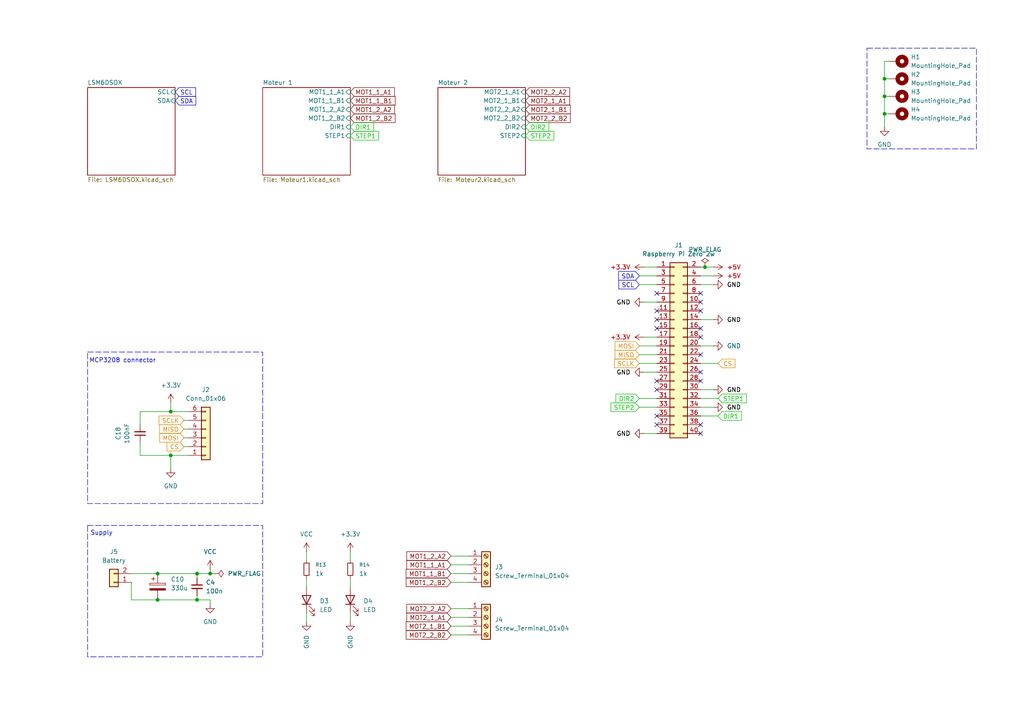
<source format=kicad_sch>
(kicad_sch
	(version 20250114)
	(generator "eeschema")
	(generator_version "9.0")
	(uuid "917aa03c-3980-4eba-8700-b55c1cb55f0b")
	(paper "A4")
	(title_block
		(title "Projet 6 PCB COMPLET")
		(company "ENSEA")
		(comment 1 "Clara CHATELAIS-VAUFLEURY")
		(comment 2 "Lucie ESTIN-CHARBONNEL")
		(comment 3 "Samirtaza RAJA")
	)
	(lib_symbols
		(symbol "Connector:Screw_Terminal_01x04"
			(pin_names
				(offset 1.016)
				(hide yes)
			)
			(exclude_from_sim no)
			(in_bom yes)
			(on_board yes)
			(property "Reference" "J"
				(at 0 5.08 0)
				(effects
					(font
						(size 1.27 1.27)
					)
				)
			)
			(property "Value" "Screw_Terminal_01x04"
				(at 0 -7.62 0)
				(effects
					(font
						(size 1.27 1.27)
					)
				)
			)
			(property "Footprint" ""
				(at 0 0 0)
				(effects
					(font
						(size 1.27 1.27)
					)
					(hide yes)
				)
			)
			(property "Datasheet" "~"
				(at 0 0 0)
				(effects
					(font
						(size 1.27 1.27)
					)
					(hide yes)
				)
			)
			(property "Description" "Generic screw terminal, single row, 01x04, script generated (kicad-library-utils/schlib/autogen/connector/)"
				(at 0 0 0)
				(effects
					(font
						(size 1.27 1.27)
					)
					(hide yes)
				)
			)
			(property "ki_keywords" "screw terminal"
				(at 0 0 0)
				(effects
					(font
						(size 1.27 1.27)
					)
					(hide yes)
				)
			)
			(property "ki_fp_filters" "TerminalBlock*:*"
				(at 0 0 0)
				(effects
					(font
						(size 1.27 1.27)
					)
					(hide yes)
				)
			)
			(symbol "Screw_Terminal_01x04_1_1"
				(rectangle
					(start -1.27 3.81)
					(end 1.27 -6.35)
					(stroke
						(width 0.254)
						(type default)
					)
					(fill
						(type background)
					)
				)
				(polyline
					(pts
						(xy -0.5334 2.8702) (xy 0.3302 2.032)
					)
					(stroke
						(width 0.1524)
						(type default)
					)
					(fill
						(type none)
					)
				)
				(polyline
					(pts
						(xy -0.5334 0.3302) (xy 0.3302 -0.508)
					)
					(stroke
						(width 0.1524)
						(type default)
					)
					(fill
						(type none)
					)
				)
				(polyline
					(pts
						(xy -0.5334 -2.2098) (xy 0.3302 -3.048)
					)
					(stroke
						(width 0.1524)
						(type default)
					)
					(fill
						(type none)
					)
				)
				(polyline
					(pts
						(xy -0.5334 -4.7498) (xy 0.3302 -5.588)
					)
					(stroke
						(width 0.1524)
						(type default)
					)
					(fill
						(type none)
					)
				)
				(polyline
					(pts
						(xy -0.3556 3.048) (xy 0.508 2.2098)
					)
					(stroke
						(width 0.1524)
						(type default)
					)
					(fill
						(type none)
					)
				)
				(polyline
					(pts
						(xy -0.3556 0.508) (xy 0.508 -0.3302)
					)
					(stroke
						(width 0.1524)
						(type default)
					)
					(fill
						(type none)
					)
				)
				(polyline
					(pts
						(xy -0.3556 -2.032) (xy 0.508 -2.8702)
					)
					(stroke
						(width 0.1524)
						(type default)
					)
					(fill
						(type none)
					)
				)
				(polyline
					(pts
						(xy -0.3556 -4.572) (xy 0.508 -5.4102)
					)
					(stroke
						(width 0.1524)
						(type default)
					)
					(fill
						(type none)
					)
				)
				(circle
					(center 0 2.54)
					(radius 0.635)
					(stroke
						(width 0.1524)
						(type default)
					)
					(fill
						(type none)
					)
				)
				(circle
					(center 0 0)
					(radius 0.635)
					(stroke
						(width 0.1524)
						(type default)
					)
					(fill
						(type none)
					)
				)
				(circle
					(center 0 -2.54)
					(radius 0.635)
					(stroke
						(width 0.1524)
						(type default)
					)
					(fill
						(type none)
					)
				)
				(circle
					(center 0 -5.08)
					(radius 0.635)
					(stroke
						(width 0.1524)
						(type default)
					)
					(fill
						(type none)
					)
				)
				(pin passive line
					(at -5.08 2.54 0)
					(length 3.81)
					(name "Pin_1"
						(effects
							(font
								(size 1.27 1.27)
							)
						)
					)
					(number "1"
						(effects
							(font
								(size 1.27 1.27)
							)
						)
					)
				)
				(pin passive line
					(at -5.08 0 0)
					(length 3.81)
					(name "Pin_2"
						(effects
							(font
								(size 1.27 1.27)
							)
						)
					)
					(number "2"
						(effects
							(font
								(size 1.27 1.27)
							)
						)
					)
				)
				(pin passive line
					(at -5.08 -2.54 0)
					(length 3.81)
					(name "Pin_3"
						(effects
							(font
								(size 1.27 1.27)
							)
						)
					)
					(number "3"
						(effects
							(font
								(size 1.27 1.27)
							)
						)
					)
				)
				(pin passive line
					(at -5.08 -5.08 0)
					(length 3.81)
					(name "Pin_4"
						(effects
							(font
								(size 1.27 1.27)
							)
						)
					)
					(number "4"
						(effects
							(font
								(size 1.27 1.27)
							)
						)
					)
				)
			)
			(embedded_fonts no)
		)
		(symbol "Connector_Generic:Conn_01x02"
			(pin_names
				(offset 1.016)
				(hide yes)
			)
			(exclude_from_sim no)
			(in_bom yes)
			(on_board yes)
			(property "Reference" "J"
				(at 0 2.54 0)
				(effects
					(font
						(size 1.27 1.27)
					)
				)
			)
			(property "Value" "Conn_01x02"
				(at 0 -5.08 0)
				(effects
					(font
						(size 1.27 1.27)
					)
				)
			)
			(property "Footprint" ""
				(at 0 0 0)
				(effects
					(font
						(size 1.27 1.27)
					)
					(hide yes)
				)
			)
			(property "Datasheet" "~"
				(at 0 0 0)
				(effects
					(font
						(size 1.27 1.27)
					)
					(hide yes)
				)
			)
			(property "Description" "Generic connector, single row, 01x02, script generated (kicad-library-utils/schlib/autogen/connector/)"
				(at 0 0 0)
				(effects
					(font
						(size 1.27 1.27)
					)
					(hide yes)
				)
			)
			(property "ki_keywords" "connector"
				(at 0 0 0)
				(effects
					(font
						(size 1.27 1.27)
					)
					(hide yes)
				)
			)
			(property "ki_fp_filters" "Connector*:*_1x??_*"
				(at 0 0 0)
				(effects
					(font
						(size 1.27 1.27)
					)
					(hide yes)
				)
			)
			(symbol "Conn_01x02_1_1"
				(rectangle
					(start -1.27 1.27)
					(end 1.27 -3.81)
					(stroke
						(width 0.254)
						(type default)
					)
					(fill
						(type background)
					)
				)
				(rectangle
					(start -1.27 0.127)
					(end 0 -0.127)
					(stroke
						(width 0.1524)
						(type default)
					)
					(fill
						(type none)
					)
				)
				(rectangle
					(start -1.27 -2.413)
					(end 0 -2.667)
					(stroke
						(width 0.1524)
						(type default)
					)
					(fill
						(type none)
					)
				)
				(pin passive line
					(at -5.08 0 0)
					(length 3.81)
					(name "Pin_1"
						(effects
							(font
								(size 1.27 1.27)
							)
						)
					)
					(number "1"
						(effects
							(font
								(size 1.27 1.27)
							)
						)
					)
				)
				(pin passive line
					(at -5.08 -2.54 0)
					(length 3.81)
					(name "Pin_2"
						(effects
							(font
								(size 1.27 1.27)
							)
						)
					)
					(number "2"
						(effects
							(font
								(size 1.27 1.27)
							)
						)
					)
				)
			)
			(embedded_fonts no)
		)
		(symbol "Connector_Generic:Conn_01x06"
			(pin_names
				(offset 1.016)
				(hide yes)
			)
			(exclude_from_sim no)
			(in_bom yes)
			(on_board yes)
			(property "Reference" "J"
				(at 0 7.62 0)
				(effects
					(font
						(size 1.27 1.27)
					)
				)
			)
			(property "Value" "Conn_01x06"
				(at 0 -10.16 0)
				(effects
					(font
						(size 1.27 1.27)
					)
				)
			)
			(property "Footprint" ""
				(at 0 0 0)
				(effects
					(font
						(size 1.27 1.27)
					)
					(hide yes)
				)
			)
			(property "Datasheet" "~"
				(at 0 0 0)
				(effects
					(font
						(size 1.27 1.27)
					)
					(hide yes)
				)
			)
			(property "Description" "Generic connector, single row, 01x06, script generated (kicad-library-utils/schlib/autogen/connector/)"
				(at 0 0 0)
				(effects
					(font
						(size 1.27 1.27)
					)
					(hide yes)
				)
			)
			(property "ki_keywords" "connector"
				(at 0 0 0)
				(effects
					(font
						(size 1.27 1.27)
					)
					(hide yes)
				)
			)
			(property "ki_fp_filters" "Connector*:*_1x??_*"
				(at 0 0 0)
				(effects
					(font
						(size 1.27 1.27)
					)
					(hide yes)
				)
			)
			(symbol "Conn_01x06_1_1"
				(rectangle
					(start -1.27 6.35)
					(end 1.27 -8.89)
					(stroke
						(width 0.254)
						(type default)
					)
					(fill
						(type background)
					)
				)
				(rectangle
					(start -1.27 5.207)
					(end 0 4.953)
					(stroke
						(width 0.1524)
						(type default)
					)
					(fill
						(type none)
					)
				)
				(rectangle
					(start -1.27 2.667)
					(end 0 2.413)
					(stroke
						(width 0.1524)
						(type default)
					)
					(fill
						(type none)
					)
				)
				(rectangle
					(start -1.27 0.127)
					(end 0 -0.127)
					(stroke
						(width 0.1524)
						(type default)
					)
					(fill
						(type none)
					)
				)
				(rectangle
					(start -1.27 -2.413)
					(end 0 -2.667)
					(stroke
						(width 0.1524)
						(type default)
					)
					(fill
						(type none)
					)
				)
				(rectangle
					(start -1.27 -4.953)
					(end 0 -5.207)
					(stroke
						(width 0.1524)
						(type default)
					)
					(fill
						(type none)
					)
				)
				(rectangle
					(start -1.27 -7.493)
					(end 0 -7.747)
					(stroke
						(width 0.1524)
						(type default)
					)
					(fill
						(type none)
					)
				)
				(pin passive line
					(at -5.08 5.08 0)
					(length 3.81)
					(name "Pin_1"
						(effects
							(font
								(size 1.27 1.27)
							)
						)
					)
					(number "1"
						(effects
							(font
								(size 1.27 1.27)
							)
						)
					)
				)
				(pin passive line
					(at -5.08 2.54 0)
					(length 3.81)
					(name "Pin_2"
						(effects
							(font
								(size 1.27 1.27)
							)
						)
					)
					(number "2"
						(effects
							(font
								(size 1.27 1.27)
							)
						)
					)
				)
				(pin passive line
					(at -5.08 0 0)
					(length 3.81)
					(name "Pin_3"
						(effects
							(font
								(size 1.27 1.27)
							)
						)
					)
					(number "3"
						(effects
							(font
								(size 1.27 1.27)
							)
						)
					)
				)
				(pin passive line
					(at -5.08 -2.54 0)
					(length 3.81)
					(name "Pin_4"
						(effects
							(font
								(size 1.27 1.27)
							)
						)
					)
					(number "4"
						(effects
							(font
								(size 1.27 1.27)
							)
						)
					)
				)
				(pin passive line
					(at -5.08 -5.08 0)
					(length 3.81)
					(name "Pin_5"
						(effects
							(font
								(size 1.27 1.27)
							)
						)
					)
					(number "5"
						(effects
							(font
								(size 1.27 1.27)
							)
						)
					)
				)
				(pin passive line
					(at -5.08 -7.62 0)
					(length 3.81)
					(name "Pin_6"
						(effects
							(font
								(size 1.27 1.27)
							)
						)
					)
					(number "6"
						(effects
							(font
								(size 1.27 1.27)
							)
						)
					)
				)
			)
			(embedded_fonts no)
		)
		(symbol "Connector_Generic:Conn_02x20_Odd_Even"
			(pin_names
				(offset 1.016)
				(hide yes)
			)
			(exclude_from_sim no)
			(in_bom yes)
			(on_board yes)
			(property "Reference" "J"
				(at 1.27 25.4 0)
				(effects
					(font
						(size 1.27 1.27)
					)
				)
			)
			(property "Value" "Conn_02x20_Odd_Even"
				(at 1.27 -27.94 0)
				(effects
					(font
						(size 1.27 1.27)
					)
				)
			)
			(property "Footprint" ""
				(at 0 0 0)
				(effects
					(font
						(size 1.27 1.27)
					)
					(hide yes)
				)
			)
			(property "Datasheet" "~"
				(at 0 0 0)
				(effects
					(font
						(size 1.27 1.27)
					)
					(hide yes)
				)
			)
			(property "Description" "Generic connector, double row, 02x20, odd/even pin numbering scheme (row 1 odd numbers, row 2 even numbers), script generated (kicad-library-utils/schlib/autogen/connector/)"
				(at 0 0 0)
				(effects
					(font
						(size 1.27 1.27)
					)
					(hide yes)
				)
			)
			(property "ki_keywords" "connector"
				(at 0 0 0)
				(effects
					(font
						(size 1.27 1.27)
					)
					(hide yes)
				)
			)
			(property "ki_fp_filters" "Connector*:*_2x??_*"
				(at 0 0 0)
				(effects
					(font
						(size 1.27 1.27)
					)
					(hide yes)
				)
			)
			(symbol "Conn_02x20_Odd_Even_1_1"
				(rectangle
					(start -1.27 24.13)
					(end 3.81 -26.67)
					(stroke
						(width 0.254)
						(type default)
					)
					(fill
						(type background)
					)
				)
				(rectangle
					(start -1.27 22.987)
					(end 0 22.733)
					(stroke
						(width 0.1524)
						(type default)
					)
					(fill
						(type none)
					)
				)
				(rectangle
					(start -1.27 20.447)
					(end 0 20.193)
					(stroke
						(width 0.1524)
						(type default)
					)
					(fill
						(type none)
					)
				)
				(rectangle
					(start -1.27 17.907)
					(end 0 17.653)
					(stroke
						(width 0.1524)
						(type default)
					)
					(fill
						(type none)
					)
				)
				(rectangle
					(start -1.27 15.367)
					(end 0 15.113)
					(stroke
						(width 0.1524)
						(type default)
					)
					(fill
						(type none)
					)
				)
				(rectangle
					(start -1.27 12.827)
					(end 0 12.573)
					(stroke
						(width 0.1524)
						(type default)
					)
					(fill
						(type none)
					)
				)
				(rectangle
					(start -1.27 10.287)
					(end 0 10.033)
					(stroke
						(width 0.1524)
						(type default)
					)
					(fill
						(type none)
					)
				)
				(rectangle
					(start -1.27 7.747)
					(end 0 7.493)
					(stroke
						(width 0.1524)
						(type default)
					)
					(fill
						(type none)
					)
				)
				(rectangle
					(start -1.27 5.207)
					(end 0 4.953)
					(stroke
						(width 0.1524)
						(type default)
					)
					(fill
						(type none)
					)
				)
				(rectangle
					(start -1.27 2.667)
					(end 0 2.413)
					(stroke
						(width 0.1524)
						(type default)
					)
					(fill
						(type none)
					)
				)
				(rectangle
					(start -1.27 0.127)
					(end 0 -0.127)
					(stroke
						(width 0.1524)
						(type default)
					)
					(fill
						(type none)
					)
				)
				(rectangle
					(start -1.27 -2.413)
					(end 0 -2.667)
					(stroke
						(width 0.1524)
						(type default)
					)
					(fill
						(type none)
					)
				)
				(rectangle
					(start -1.27 -4.953)
					(end 0 -5.207)
					(stroke
						(width 0.1524)
						(type default)
					)
					(fill
						(type none)
					)
				)
				(rectangle
					(start -1.27 -7.493)
					(end 0 -7.747)
					(stroke
						(width 0.1524)
						(type default)
					)
					(fill
						(type none)
					)
				)
				(rectangle
					(start -1.27 -10.033)
					(end 0 -10.287)
					(stroke
						(width 0.1524)
						(type default)
					)
					(fill
						(type none)
					)
				)
				(rectangle
					(start -1.27 -12.573)
					(end 0 -12.827)
					(stroke
						(width 0.1524)
						(type default)
					)
					(fill
						(type none)
					)
				)
				(rectangle
					(start -1.27 -15.113)
					(end 0 -15.367)
					(stroke
						(width 0.1524)
						(type default)
					)
					(fill
						(type none)
					)
				)
				(rectangle
					(start -1.27 -17.653)
					(end 0 -17.907)
					(stroke
						(width 0.1524)
						(type default)
					)
					(fill
						(type none)
					)
				)
				(rectangle
					(start -1.27 -20.193)
					(end 0 -20.447)
					(stroke
						(width 0.1524)
						(type default)
					)
					(fill
						(type none)
					)
				)
				(rectangle
					(start -1.27 -22.733)
					(end 0 -22.987)
					(stroke
						(width 0.1524)
						(type default)
					)
					(fill
						(type none)
					)
				)
				(rectangle
					(start -1.27 -25.273)
					(end 0 -25.527)
					(stroke
						(width 0.1524)
						(type default)
					)
					(fill
						(type none)
					)
				)
				(rectangle
					(start 3.81 22.987)
					(end 2.54 22.733)
					(stroke
						(width 0.1524)
						(type default)
					)
					(fill
						(type none)
					)
				)
				(rectangle
					(start 3.81 20.447)
					(end 2.54 20.193)
					(stroke
						(width 0.1524)
						(type default)
					)
					(fill
						(type none)
					)
				)
				(rectangle
					(start 3.81 17.907)
					(end 2.54 17.653)
					(stroke
						(width 0.1524)
						(type default)
					)
					(fill
						(type none)
					)
				)
				(rectangle
					(start 3.81 15.367)
					(end 2.54 15.113)
					(stroke
						(width 0.1524)
						(type default)
					)
					(fill
						(type none)
					)
				)
				(rectangle
					(start 3.81 12.827)
					(end 2.54 12.573)
					(stroke
						(width 0.1524)
						(type default)
					)
					(fill
						(type none)
					)
				)
				(rectangle
					(start 3.81 10.287)
					(end 2.54 10.033)
					(stroke
						(width 0.1524)
						(type default)
					)
					(fill
						(type none)
					)
				)
				(rectangle
					(start 3.81 7.747)
					(end 2.54 7.493)
					(stroke
						(width 0.1524)
						(type default)
					)
					(fill
						(type none)
					)
				)
				(rectangle
					(start 3.81 5.207)
					(end 2.54 4.953)
					(stroke
						(width 0.1524)
						(type default)
					)
					(fill
						(type none)
					)
				)
				(rectangle
					(start 3.81 2.667)
					(end 2.54 2.413)
					(stroke
						(width 0.1524)
						(type default)
					)
					(fill
						(type none)
					)
				)
				(rectangle
					(start 3.81 0.127)
					(end 2.54 -0.127)
					(stroke
						(width 0.1524)
						(type default)
					)
					(fill
						(type none)
					)
				)
				(rectangle
					(start 3.81 -2.413)
					(end 2.54 -2.667)
					(stroke
						(width 0.1524)
						(type default)
					)
					(fill
						(type none)
					)
				)
				(rectangle
					(start 3.81 -4.953)
					(end 2.54 -5.207)
					(stroke
						(width 0.1524)
						(type default)
					)
					(fill
						(type none)
					)
				)
				(rectangle
					(start 3.81 -7.493)
					(end 2.54 -7.747)
					(stroke
						(width 0.1524)
						(type default)
					)
					(fill
						(type none)
					)
				)
				(rectangle
					(start 3.81 -10.033)
					(end 2.54 -10.287)
					(stroke
						(width 0.1524)
						(type default)
					)
					(fill
						(type none)
					)
				)
				(rectangle
					(start 3.81 -12.573)
					(end 2.54 -12.827)
					(stroke
						(width 0.1524)
						(type default)
					)
					(fill
						(type none)
					)
				)
				(rectangle
					(start 3.81 -15.113)
					(end 2.54 -15.367)
					(stroke
						(width 0.1524)
						(type default)
					)
					(fill
						(type none)
					)
				)
				(rectangle
					(start 3.81 -17.653)
					(end 2.54 -17.907)
					(stroke
						(width 0.1524)
						(type default)
					)
					(fill
						(type none)
					)
				)
				(rectangle
					(start 3.81 -20.193)
					(end 2.54 -20.447)
					(stroke
						(width 0.1524)
						(type default)
					)
					(fill
						(type none)
					)
				)
				(rectangle
					(start 3.81 -22.733)
					(end 2.54 -22.987)
					(stroke
						(width 0.1524)
						(type default)
					)
					(fill
						(type none)
					)
				)
				(rectangle
					(start 3.81 -25.273)
					(end 2.54 -25.527)
					(stroke
						(width 0.1524)
						(type default)
					)
					(fill
						(type none)
					)
				)
				(pin passive line
					(at -5.08 22.86 0)
					(length 3.81)
					(name "Pin_1"
						(effects
							(font
								(size 1.27 1.27)
							)
						)
					)
					(number "1"
						(effects
							(font
								(size 1.27 1.27)
							)
						)
					)
				)
				(pin passive line
					(at -5.08 20.32 0)
					(length 3.81)
					(name "Pin_3"
						(effects
							(font
								(size 1.27 1.27)
							)
						)
					)
					(number "3"
						(effects
							(font
								(size 1.27 1.27)
							)
						)
					)
				)
				(pin passive line
					(at -5.08 17.78 0)
					(length 3.81)
					(name "Pin_5"
						(effects
							(font
								(size 1.27 1.27)
							)
						)
					)
					(number "5"
						(effects
							(font
								(size 1.27 1.27)
							)
						)
					)
				)
				(pin passive line
					(at -5.08 15.24 0)
					(length 3.81)
					(name "Pin_7"
						(effects
							(font
								(size 1.27 1.27)
							)
						)
					)
					(number "7"
						(effects
							(font
								(size 1.27 1.27)
							)
						)
					)
				)
				(pin passive line
					(at -5.08 12.7 0)
					(length 3.81)
					(name "Pin_9"
						(effects
							(font
								(size 1.27 1.27)
							)
						)
					)
					(number "9"
						(effects
							(font
								(size 1.27 1.27)
							)
						)
					)
				)
				(pin passive line
					(at -5.08 10.16 0)
					(length 3.81)
					(name "Pin_11"
						(effects
							(font
								(size 1.27 1.27)
							)
						)
					)
					(number "11"
						(effects
							(font
								(size 1.27 1.27)
							)
						)
					)
				)
				(pin passive line
					(at -5.08 7.62 0)
					(length 3.81)
					(name "Pin_13"
						(effects
							(font
								(size 1.27 1.27)
							)
						)
					)
					(number "13"
						(effects
							(font
								(size 1.27 1.27)
							)
						)
					)
				)
				(pin passive line
					(at -5.08 5.08 0)
					(length 3.81)
					(name "Pin_15"
						(effects
							(font
								(size 1.27 1.27)
							)
						)
					)
					(number "15"
						(effects
							(font
								(size 1.27 1.27)
							)
						)
					)
				)
				(pin passive line
					(at -5.08 2.54 0)
					(length 3.81)
					(name "Pin_17"
						(effects
							(font
								(size 1.27 1.27)
							)
						)
					)
					(number "17"
						(effects
							(font
								(size 1.27 1.27)
							)
						)
					)
				)
				(pin passive line
					(at -5.08 0 0)
					(length 3.81)
					(name "Pin_19"
						(effects
							(font
								(size 1.27 1.27)
							)
						)
					)
					(number "19"
						(effects
							(font
								(size 1.27 1.27)
							)
						)
					)
				)
				(pin passive line
					(at -5.08 -2.54 0)
					(length 3.81)
					(name "Pin_21"
						(effects
							(font
								(size 1.27 1.27)
							)
						)
					)
					(number "21"
						(effects
							(font
								(size 1.27 1.27)
							)
						)
					)
				)
				(pin passive line
					(at -5.08 -5.08 0)
					(length 3.81)
					(name "Pin_23"
						(effects
							(font
								(size 1.27 1.27)
							)
						)
					)
					(number "23"
						(effects
							(font
								(size 1.27 1.27)
							)
						)
					)
				)
				(pin passive line
					(at -5.08 -7.62 0)
					(length 3.81)
					(name "Pin_25"
						(effects
							(font
								(size 1.27 1.27)
							)
						)
					)
					(number "25"
						(effects
							(font
								(size 1.27 1.27)
							)
						)
					)
				)
				(pin passive line
					(at -5.08 -10.16 0)
					(length 3.81)
					(name "Pin_27"
						(effects
							(font
								(size 1.27 1.27)
							)
						)
					)
					(number "27"
						(effects
							(font
								(size 1.27 1.27)
							)
						)
					)
				)
				(pin passive line
					(at -5.08 -12.7 0)
					(length 3.81)
					(name "Pin_29"
						(effects
							(font
								(size 1.27 1.27)
							)
						)
					)
					(number "29"
						(effects
							(font
								(size 1.27 1.27)
							)
						)
					)
				)
				(pin passive line
					(at -5.08 -15.24 0)
					(length 3.81)
					(name "Pin_31"
						(effects
							(font
								(size 1.27 1.27)
							)
						)
					)
					(number "31"
						(effects
							(font
								(size 1.27 1.27)
							)
						)
					)
				)
				(pin passive line
					(at -5.08 -17.78 0)
					(length 3.81)
					(name "Pin_33"
						(effects
							(font
								(size 1.27 1.27)
							)
						)
					)
					(number "33"
						(effects
							(font
								(size 1.27 1.27)
							)
						)
					)
				)
				(pin passive line
					(at -5.08 -20.32 0)
					(length 3.81)
					(name "Pin_35"
						(effects
							(font
								(size 1.27 1.27)
							)
						)
					)
					(number "35"
						(effects
							(font
								(size 1.27 1.27)
							)
						)
					)
				)
				(pin passive line
					(at -5.08 -22.86 0)
					(length 3.81)
					(name "Pin_37"
						(effects
							(font
								(size 1.27 1.27)
							)
						)
					)
					(number "37"
						(effects
							(font
								(size 1.27 1.27)
							)
						)
					)
				)
				(pin passive line
					(at -5.08 -25.4 0)
					(length 3.81)
					(name "Pin_39"
						(effects
							(font
								(size 1.27 1.27)
							)
						)
					)
					(number "39"
						(effects
							(font
								(size 1.27 1.27)
							)
						)
					)
				)
				(pin passive line
					(at 7.62 22.86 180)
					(length 3.81)
					(name "Pin_2"
						(effects
							(font
								(size 1.27 1.27)
							)
						)
					)
					(number "2"
						(effects
							(font
								(size 1.27 1.27)
							)
						)
					)
				)
				(pin passive line
					(at 7.62 20.32 180)
					(length 3.81)
					(name "Pin_4"
						(effects
							(font
								(size 1.27 1.27)
							)
						)
					)
					(number "4"
						(effects
							(font
								(size 1.27 1.27)
							)
						)
					)
				)
				(pin passive line
					(at 7.62 17.78 180)
					(length 3.81)
					(name "Pin_6"
						(effects
							(font
								(size 1.27 1.27)
							)
						)
					)
					(number "6"
						(effects
							(font
								(size 1.27 1.27)
							)
						)
					)
				)
				(pin passive line
					(at 7.62 15.24 180)
					(length 3.81)
					(name "Pin_8"
						(effects
							(font
								(size 1.27 1.27)
							)
						)
					)
					(number "8"
						(effects
							(font
								(size 1.27 1.27)
							)
						)
					)
				)
				(pin passive line
					(at 7.62 12.7 180)
					(length 3.81)
					(name "Pin_10"
						(effects
							(font
								(size 1.27 1.27)
							)
						)
					)
					(number "10"
						(effects
							(font
								(size 1.27 1.27)
							)
						)
					)
				)
				(pin passive line
					(at 7.62 10.16 180)
					(length 3.81)
					(name "Pin_12"
						(effects
							(font
								(size 1.27 1.27)
							)
						)
					)
					(number "12"
						(effects
							(font
								(size 1.27 1.27)
							)
						)
					)
				)
				(pin passive line
					(at 7.62 7.62 180)
					(length 3.81)
					(name "Pin_14"
						(effects
							(font
								(size 1.27 1.27)
							)
						)
					)
					(number "14"
						(effects
							(font
								(size 1.27 1.27)
							)
						)
					)
				)
				(pin passive line
					(at 7.62 5.08 180)
					(length 3.81)
					(name "Pin_16"
						(effects
							(font
								(size 1.27 1.27)
							)
						)
					)
					(number "16"
						(effects
							(font
								(size 1.27 1.27)
							)
						)
					)
				)
				(pin passive line
					(at 7.62 2.54 180)
					(length 3.81)
					(name "Pin_18"
						(effects
							(font
								(size 1.27 1.27)
							)
						)
					)
					(number "18"
						(effects
							(font
								(size 1.27 1.27)
							)
						)
					)
				)
				(pin passive line
					(at 7.62 0 180)
					(length 3.81)
					(name "Pin_20"
						(effects
							(font
								(size 1.27 1.27)
							)
						)
					)
					(number "20"
						(effects
							(font
								(size 1.27 1.27)
							)
						)
					)
				)
				(pin passive line
					(at 7.62 -2.54 180)
					(length 3.81)
					(name "Pin_22"
						(effects
							(font
								(size 1.27 1.27)
							)
						)
					)
					(number "22"
						(effects
							(font
								(size 1.27 1.27)
							)
						)
					)
				)
				(pin passive line
					(at 7.62 -5.08 180)
					(length 3.81)
					(name "Pin_24"
						(effects
							(font
								(size 1.27 1.27)
							)
						)
					)
					(number "24"
						(effects
							(font
								(size 1.27 1.27)
							)
						)
					)
				)
				(pin passive line
					(at 7.62 -7.62 180)
					(length 3.81)
					(name "Pin_26"
						(effects
							(font
								(size 1.27 1.27)
							)
						)
					)
					(number "26"
						(effects
							(font
								(size 1.27 1.27)
							)
						)
					)
				)
				(pin passive line
					(at 7.62 -10.16 180)
					(length 3.81)
					(name "Pin_28"
						(effects
							(font
								(size 1.27 1.27)
							)
						)
					)
					(number "28"
						(effects
							(font
								(size 1.27 1.27)
							)
						)
					)
				)
				(pin passive line
					(at 7.62 -12.7 180)
					(length 3.81)
					(name "Pin_30"
						(effects
							(font
								(size 1.27 1.27)
							)
						)
					)
					(number "30"
						(effects
							(font
								(size 1.27 1.27)
							)
						)
					)
				)
				(pin passive line
					(at 7.62 -15.24 180)
					(length 3.81)
					(name "Pin_32"
						(effects
							(font
								(size 1.27 1.27)
							)
						)
					)
					(number "32"
						(effects
							(font
								(size 1.27 1.27)
							)
						)
					)
				)
				(pin passive line
					(at 7.62 -17.78 180)
					(length 3.81)
					(name "Pin_34"
						(effects
							(font
								(size 1.27 1.27)
							)
						)
					)
					(number "34"
						(effects
							(font
								(size 1.27 1.27)
							)
						)
					)
				)
				(pin passive line
					(at 7.62 -20.32 180)
					(length 3.81)
					(name "Pin_36"
						(effects
							(font
								(size 1.27 1.27)
							)
						)
					)
					(number "36"
						(effects
							(font
								(size 1.27 1.27)
							)
						)
					)
				)
				(pin passive line
					(at 7.62 -22.86 180)
					(length 3.81)
					(name "Pin_38"
						(effects
							(font
								(size 1.27 1.27)
							)
						)
					)
					(number "38"
						(effects
							(font
								(size 1.27 1.27)
							)
						)
					)
				)
				(pin passive line
					(at 7.62 -25.4 180)
					(length 3.81)
					(name "Pin_40"
						(effects
							(font
								(size 1.27 1.27)
							)
						)
					)
					(number "40"
						(effects
							(font
								(size 1.27 1.27)
							)
						)
					)
				)
			)
			(embedded_fonts no)
		)
		(symbol "Device:C_Polarized"
			(pin_numbers
				(hide yes)
			)
			(pin_names
				(offset 0.254)
			)
			(exclude_from_sim no)
			(in_bom yes)
			(on_board yes)
			(property "Reference" "C"
				(at 0.635 2.54 0)
				(effects
					(font
						(size 1.27 1.27)
					)
					(justify left)
				)
			)
			(property "Value" "C_Polarized"
				(at 0.635 -2.54 0)
				(effects
					(font
						(size 1.27 1.27)
					)
					(justify left)
				)
			)
			(property "Footprint" ""
				(at 0.9652 -3.81 0)
				(effects
					(font
						(size 1.27 1.27)
					)
					(hide yes)
				)
			)
			(property "Datasheet" "~"
				(at 0 0 0)
				(effects
					(font
						(size 1.27 1.27)
					)
					(hide yes)
				)
			)
			(property "Description" "Polarized capacitor"
				(at 0 0 0)
				(effects
					(font
						(size 1.27 1.27)
					)
					(hide yes)
				)
			)
			(property "ki_keywords" "cap capacitor"
				(at 0 0 0)
				(effects
					(font
						(size 1.27 1.27)
					)
					(hide yes)
				)
			)
			(property "ki_fp_filters" "CP_*"
				(at 0 0 0)
				(effects
					(font
						(size 1.27 1.27)
					)
					(hide yes)
				)
			)
			(symbol "C_Polarized_0_1"
				(rectangle
					(start -2.286 0.508)
					(end 2.286 1.016)
					(stroke
						(width 0)
						(type default)
					)
					(fill
						(type none)
					)
				)
				(polyline
					(pts
						(xy -1.778 2.286) (xy -0.762 2.286)
					)
					(stroke
						(width 0)
						(type default)
					)
					(fill
						(type none)
					)
				)
				(polyline
					(pts
						(xy -1.27 2.794) (xy -1.27 1.778)
					)
					(stroke
						(width 0)
						(type default)
					)
					(fill
						(type none)
					)
				)
				(rectangle
					(start 2.286 -0.508)
					(end -2.286 -1.016)
					(stroke
						(width 0)
						(type default)
					)
					(fill
						(type outline)
					)
				)
			)
			(symbol "C_Polarized_1_1"
				(pin passive line
					(at 0 3.81 270)
					(length 2.794)
					(name "~"
						(effects
							(font
								(size 1.27 1.27)
							)
						)
					)
					(number "1"
						(effects
							(font
								(size 1.27 1.27)
							)
						)
					)
				)
				(pin passive line
					(at 0 -3.81 90)
					(length 2.794)
					(name "~"
						(effects
							(font
								(size 1.27 1.27)
							)
						)
					)
					(number "2"
						(effects
							(font
								(size 1.27 1.27)
							)
						)
					)
				)
			)
			(embedded_fonts no)
		)
		(symbol "Device:C_Small"
			(pin_numbers
				(hide yes)
			)
			(pin_names
				(offset 0.254)
				(hide yes)
			)
			(exclude_from_sim no)
			(in_bom yes)
			(on_board yes)
			(property "Reference" "C"
				(at 0.254 1.778 0)
				(effects
					(font
						(size 1.27 1.27)
					)
					(justify left)
				)
			)
			(property "Value" "C_Small"
				(at 0.254 -2.032 0)
				(effects
					(font
						(size 1.27 1.27)
					)
					(justify left)
				)
			)
			(property "Footprint" ""
				(at 0 0 0)
				(effects
					(font
						(size 1.27 1.27)
					)
					(hide yes)
				)
			)
			(property "Datasheet" "~"
				(at 0 0 0)
				(effects
					(font
						(size 1.27 1.27)
					)
					(hide yes)
				)
			)
			(property "Description" "Unpolarized capacitor, small symbol"
				(at 0 0 0)
				(effects
					(font
						(size 1.27 1.27)
					)
					(hide yes)
				)
			)
			(property "ki_keywords" "capacitor cap"
				(at 0 0 0)
				(effects
					(font
						(size 1.27 1.27)
					)
					(hide yes)
				)
			)
			(property "ki_fp_filters" "C_*"
				(at 0 0 0)
				(effects
					(font
						(size 1.27 1.27)
					)
					(hide yes)
				)
			)
			(symbol "C_Small_0_1"
				(polyline
					(pts
						(xy -1.524 0.508) (xy 1.524 0.508)
					)
					(stroke
						(width 0.3048)
						(type default)
					)
					(fill
						(type none)
					)
				)
				(polyline
					(pts
						(xy -1.524 -0.508) (xy 1.524 -0.508)
					)
					(stroke
						(width 0.3302)
						(type default)
					)
					(fill
						(type none)
					)
				)
			)
			(symbol "C_Small_1_1"
				(pin passive line
					(at 0 2.54 270)
					(length 2.032)
					(name "~"
						(effects
							(font
								(size 1.27 1.27)
							)
						)
					)
					(number "1"
						(effects
							(font
								(size 1.27 1.27)
							)
						)
					)
				)
				(pin passive line
					(at 0 -2.54 90)
					(length 2.032)
					(name "~"
						(effects
							(font
								(size 1.27 1.27)
							)
						)
					)
					(number "2"
						(effects
							(font
								(size 1.27 1.27)
							)
						)
					)
				)
			)
			(embedded_fonts no)
		)
		(symbol "Device:LED"
			(pin_numbers
				(hide yes)
			)
			(pin_names
				(offset 1.016)
				(hide yes)
			)
			(exclude_from_sim no)
			(in_bom yes)
			(on_board yes)
			(property "Reference" "D"
				(at 0 2.54 0)
				(effects
					(font
						(size 1.27 1.27)
					)
				)
			)
			(property "Value" "LED"
				(at 0 -2.54 0)
				(effects
					(font
						(size 1.27 1.27)
					)
				)
			)
			(property "Footprint" ""
				(at 0 0 0)
				(effects
					(font
						(size 1.27 1.27)
					)
					(hide yes)
				)
			)
			(property "Datasheet" "~"
				(at 0 0 0)
				(effects
					(font
						(size 1.27 1.27)
					)
					(hide yes)
				)
			)
			(property "Description" "Light emitting diode"
				(at 0 0 0)
				(effects
					(font
						(size 1.27 1.27)
					)
					(hide yes)
				)
			)
			(property "Sim.Pins" "1=K 2=A"
				(at 0 0 0)
				(effects
					(font
						(size 1.27 1.27)
					)
					(hide yes)
				)
			)
			(property "ki_keywords" "LED diode"
				(at 0 0 0)
				(effects
					(font
						(size 1.27 1.27)
					)
					(hide yes)
				)
			)
			(property "ki_fp_filters" "LED* LED_SMD:* LED_THT:*"
				(at 0 0 0)
				(effects
					(font
						(size 1.27 1.27)
					)
					(hide yes)
				)
			)
			(symbol "LED_0_1"
				(polyline
					(pts
						(xy -3.048 -0.762) (xy -4.572 -2.286) (xy -3.81 -2.286) (xy -4.572 -2.286) (xy -4.572 -1.524)
					)
					(stroke
						(width 0)
						(type default)
					)
					(fill
						(type none)
					)
				)
				(polyline
					(pts
						(xy -1.778 -0.762) (xy -3.302 -2.286) (xy -2.54 -2.286) (xy -3.302 -2.286) (xy -3.302 -1.524)
					)
					(stroke
						(width 0)
						(type default)
					)
					(fill
						(type none)
					)
				)
				(polyline
					(pts
						(xy -1.27 0) (xy 1.27 0)
					)
					(stroke
						(width 0)
						(type default)
					)
					(fill
						(type none)
					)
				)
				(polyline
					(pts
						(xy -1.27 -1.27) (xy -1.27 1.27)
					)
					(stroke
						(width 0.254)
						(type default)
					)
					(fill
						(type none)
					)
				)
				(polyline
					(pts
						(xy 1.27 -1.27) (xy 1.27 1.27) (xy -1.27 0) (xy 1.27 -1.27)
					)
					(stroke
						(width 0.254)
						(type default)
					)
					(fill
						(type none)
					)
				)
			)
			(symbol "LED_1_1"
				(pin passive line
					(at -3.81 0 0)
					(length 2.54)
					(name "K"
						(effects
							(font
								(size 1.27 1.27)
							)
						)
					)
					(number "1"
						(effects
							(font
								(size 1.27 1.27)
							)
						)
					)
				)
				(pin passive line
					(at 3.81 0 180)
					(length 2.54)
					(name "A"
						(effects
							(font
								(size 1.27 1.27)
							)
						)
					)
					(number "2"
						(effects
							(font
								(size 1.27 1.27)
							)
						)
					)
				)
			)
			(embedded_fonts no)
		)
		(symbol "Device:R_Small"
			(pin_numbers
				(hide yes)
			)
			(pin_names
				(offset 0.254)
				(hide yes)
			)
			(exclude_from_sim no)
			(in_bom yes)
			(on_board yes)
			(property "Reference" "R"
				(at 0 0 90)
				(effects
					(font
						(size 1.016 1.016)
					)
				)
			)
			(property "Value" "R_Small"
				(at 1.778 0 90)
				(effects
					(font
						(size 1.27 1.27)
					)
				)
			)
			(property "Footprint" ""
				(at 0 0 0)
				(effects
					(font
						(size 1.27 1.27)
					)
					(hide yes)
				)
			)
			(property "Datasheet" "~"
				(at 0 0 0)
				(effects
					(font
						(size 1.27 1.27)
					)
					(hide yes)
				)
			)
			(property "Description" "Resistor, small symbol"
				(at 0 0 0)
				(effects
					(font
						(size 1.27 1.27)
					)
					(hide yes)
				)
			)
			(property "ki_keywords" "R resistor"
				(at 0 0 0)
				(effects
					(font
						(size 1.27 1.27)
					)
					(hide yes)
				)
			)
			(property "ki_fp_filters" "R_*"
				(at 0 0 0)
				(effects
					(font
						(size 1.27 1.27)
					)
					(hide yes)
				)
			)
			(symbol "R_Small_0_1"
				(rectangle
					(start -0.762 1.778)
					(end 0.762 -1.778)
					(stroke
						(width 0.2032)
						(type default)
					)
					(fill
						(type none)
					)
				)
			)
			(symbol "R_Small_1_1"
				(pin passive line
					(at 0 2.54 270)
					(length 0.762)
					(name "~"
						(effects
							(font
								(size 1.27 1.27)
							)
						)
					)
					(number "1"
						(effects
							(font
								(size 1.27 1.27)
							)
						)
					)
				)
				(pin passive line
					(at 0 -2.54 90)
					(length 0.762)
					(name "~"
						(effects
							(font
								(size 1.27 1.27)
							)
						)
					)
					(number "2"
						(effects
							(font
								(size 1.27 1.27)
							)
						)
					)
				)
			)
			(embedded_fonts no)
		)
		(symbol "Mechanical:MountingHole_Pad"
			(pin_numbers
				(hide yes)
			)
			(pin_names
				(offset 1.016)
				(hide yes)
			)
			(exclude_from_sim no)
			(in_bom no)
			(on_board yes)
			(property "Reference" "H"
				(at 0 6.35 0)
				(effects
					(font
						(size 1.27 1.27)
					)
				)
			)
			(property "Value" "MountingHole_Pad"
				(at 0 4.445 0)
				(effects
					(font
						(size 1.27 1.27)
					)
				)
			)
			(property "Footprint" ""
				(at 0 0 0)
				(effects
					(font
						(size 1.27 1.27)
					)
					(hide yes)
				)
			)
			(property "Datasheet" "~"
				(at 0 0 0)
				(effects
					(font
						(size 1.27 1.27)
					)
					(hide yes)
				)
			)
			(property "Description" "Mounting Hole with connection"
				(at 0 0 0)
				(effects
					(font
						(size 1.27 1.27)
					)
					(hide yes)
				)
			)
			(property "ki_keywords" "mounting hole"
				(at 0 0 0)
				(effects
					(font
						(size 1.27 1.27)
					)
					(hide yes)
				)
			)
			(property "ki_fp_filters" "MountingHole*Pad*"
				(at 0 0 0)
				(effects
					(font
						(size 1.27 1.27)
					)
					(hide yes)
				)
			)
			(symbol "MountingHole_Pad_0_1"
				(circle
					(center 0 1.27)
					(radius 1.27)
					(stroke
						(width 1.27)
						(type default)
					)
					(fill
						(type none)
					)
				)
			)
			(symbol "MountingHole_Pad_1_1"
				(pin input line
					(at 0 -2.54 90)
					(length 2.54)
					(name "1"
						(effects
							(font
								(size 1.27 1.27)
							)
						)
					)
					(number "1"
						(effects
							(font
								(size 1.27 1.27)
							)
						)
					)
				)
			)
			(embedded_fonts no)
		)
		(symbol "power:+3.3V"
			(power)
			(pin_numbers
				(hide yes)
			)
			(pin_names
				(offset 0)
				(hide yes)
			)
			(exclude_from_sim no)
			(in_bom yes)
			(on_board yes)
			(property "Reference" "#PWR"
				(at 0 -3.81 0)
				(effects
					(font
						(size 1.27 1.27)
					)
					(hide yes)
				)
			)
			(property "Value" "+3.3V"
				(at 0 3.556 0)
				(effects
					(font
						(size 1.27 1.27)
					)
				)
			)
			(property "Footprint" ""
				(at 0 0 0)
				(effects
					(font
						(size 1.27 1.27)
					)
					(hide yes)
				)
			)
			(property "Datasheet" ""
				(at 0 0 0)
				(effects
					(font
						(size 1.27 1.27)
					)
					(hide yes)
				)
			)
			(property "Description" "Power symbol creates a global label with name \"+3.3V\""
				(at 0 0 0)
				(effects
					(font
						(size 1.27 1.27)
					)
					(hide yes)
				)
			)
			(property "ki_keywords" "global power"
				(at 0 0 0)
				(effects
					(font
						(size 1.27 1.27)
					)
					(hide yes)
				)
			)
			(symbol "+3.3V_0_1"
				(polyline
					(pts
						(xy -0.762 1.27) (xy 0 2.54)
					)
					(stroke
						(width 0)
						(type default)
					)
					(fill
						(type none)
					)
				)
				(polyline
					(pts
						(xy 0 2.54) (xy 0.762 1.27)
					)
					(stroke
						(width 0)
						(type default)
					)
					(fill
						(type none)
					)
				)
				(polyline
					(pts
						(xy 0 0) (xy 0 2.54)
					)
					(stroke
						(width 0)
						(type default)
					)
					(fill
						(type none)
					)
				)
			)
			(symbol "+3.3V_1_1"
				(pin power_in line
					(at 0 0 90)
					(length 0)
					(name "~"
						(effects
							(font
								(size 1.27 1.27)
							)
						)
					)
					(number "1"
						(effects
							(font
								(size 1.27 1.27)
							)
						)
					)
				)
			)
			(embedded_fonts no)
		)
		(symbol "power:+5V"
			(power)
			(pin_numbers
				(hide yes)
			)
			(pin_names
				(offset 0)
				(hide yes)
			)
			(exclude_from_sim no)
			(in_bom yes)
			(on_board yes)
			(property "Reference" "#PWR"
				(at 0 -3.81 0)
				(effects
					(font
						(size 1.27 1.27)
					)
					(hide yes)
				)
			)
			(property "Value" "+5V"
				(at 0 3.556 0)
				(effects
					(font
						(size 1.27 1.27)
					)
				)
			)
			(property "Footprint" ""
				(at 0 0 0)
				(effects
					(font
						(size 1.27 1.27)
					)
					(hide yes)
				)
			)
			(property "Datasheet" ""
				(at 0 0 0)
				(effects
					(font
						(size 1.27 1.27)
					)
					(hide yes)
				)
			)
			(property "Description" "Power symbol creates a global label with name \"+5V\""
				(at 0 0 0)
				(effects
					(font
						(size 1.27 1.27)
					)
					(hide yes)
				)
			)
			(property "ki_keywords" "global power"
				(at 0 0 0)
				(effects
					(font
						(size 1.27 1.27)
					)
					(hide yes)
				)
			)
			(symbol "+5V_0_1"
				(polyline
					(pts
						(xy -0.762 1.27) (xy 0 2.54)
					)
					(stroke
						(width 0)
						(type default)
					)
					(fill
						(type none)
					)
				)
				(polyline
					(pts
						(xy 0 2.54) (xy 0.762 1.27)
					)
					(stroke
						(width 0)
						(type default)
					)
					(fill
						(type none)
					)
				)
				(polyline
					(pts
						(xy 0 0) (xy 0 2.54)
					)
					(stroke
						(width 0)
						(type default)
					)
					(fill
						(type none)
					)
				)
			)
			(symbol "+5V_1_1"
				(pin power_in line
					(at 0 0 90)
					(length 0)
					(name "~"
						(effects
							(font
								(size 1.27 1.27)
							)
						)
					)
					(number "1"
						(effects
							(font
								(size 1.27 1.27)
							)
						)
					)
				)
			)
			(embedded_fonts no)
		)
		(symbol "power:GND"
			(power)
			(pin_numbers
				(hide yes)
			)
			(pin_names
				(offset 0)
				(hide yes)
			)
			(exclude_from_sim no)
			(in_bom yes)
			(on_board yes)
			(property "Reference" "#PWR"
				(at 0 -6.35 0)
				(effects
					(font
						(size 1.27 1.27)
					)
					(hide yes)
				)
			)
			(property "Value" "GND"
				(at 0 -3.81 0)
				(effects
					(font
						(size 1.27 1.27)
					)
				)
			)
			(property "Footprint" ""
				(at 0 0 0)
				(effects
					(font
						(size 1.27 1.27)
					)
					(hide yes)
				)
			)
			(property "Datasheet" ""
				(at 0 0 0)
				(effects
					(font
						(size 1.27 1.27)
					)
					(hide yes)
				)
			)
			(property "Description" "Power symbol creates a global label with name \"GND\" , ground"
				(at 0 0 0)
				(effects
					(font
						(size 1.27 1.27)
					)
					(hide yes)
				)
			)
			(property "ki_keywords" "global power"
				(at 0 0 0)
				(effects
					(font
						(size 1.27 1.27)
					)
					(hide yes)
				)
			)
			(symbol "GND_0_1"
				(polyline
					(pts
						(xy 0 0) (xy 0 -1.27) (xy 1.27 -1.27) (xy 0 -2.54) (xy -1.27 -1.27) (xy 0 -1.27)
					)
					(stroke
						(width 0)
						(type default)
					)
					(fill
						(type none)
					)
				)
			)
			(symbol "GND_1_1"
				(pin power_in line
					(at 0 0 270)
					(length 0)
					(name "~"
						(effects
							(font
								(size 1.27 1.27)
							)
						)
					)
					(number "1"
						(effects
							(font
								(size 1.27 1.27)
							)
						)
					)
				)
			)
			(embedded_fonts no)
		)
		(symbol "power:PWR_FLAG"
			(power)
			(pin_numbers
				(hide yes)
			)
			(pin_names
				(offset 0)
				(hide yes)
			)
			(exclude_from_sim no)
			(in_bom yes)
			(on_board yes)
			(property "Reference" "#FLG"
				(at 0 1.905 0)
				(effects
					(font
						(size 1.27 1.27)
					)
					(hide yes)
				)
			)
			(property "Value" "PWR_FLAG"
				(at 0 3.81 0)
				(effects
					(font
						(size 1.27 1.27)
					)
				)
			)
			(property "Footprint" ""
				(at 0 0 0)
				(effects
					(font
						(size 1.27 1.27)
					)
					(hide yes)
				)
			)
			(property "Datasheet" "~"
				(at 0 0 0)
				(effects
					(font
						(size 1.27 1.27)
					)
					(hide yes)
				)
			)
			(property "Description" "Special symbol for telling ERC where power comes from"
				(at 0 0 0)
				(effects
					(font
						(size 1.27 1.27)
					)
					(hide yes)
				)
			)
			(property "ki_keywords" "flag power"
				(at 0 0 0)
				(effects
					(font
						(size 1.27 1.27)
					)
					(hide yes)
				)
			)
			(symbol "PWR_FLAG_0_0"
				(pin power_out line
					(at 0 0 90)
					(length 0)
					(name "~"
						(effects
							(font
								(size 1.27 1.27)
							)
						)
					)
					(number "1"
						(effects
							(font
								(size 1.27 1.27)
							)
						)
					)
				)
			)
			(symbol "PWR_FLAG_0_1"
				(polyline
					(pts
						(xy 0 0) (xy 0 1.27) (xy -1.016 1.905) (xy 0 2.54) (xy 1.016 1.905) (xy 0 1.27)
					)
					(stroke
						(width 0)
						(type default)
					)
					(fill
						(type none)
					)
				)
			)
			(embedded_fonts no)
		)
		(symbol "power:VCC"
			(power)
			(pin_numbers
				(hide yes)
			)
			(pin_names
				(offset 0)
				(hide yes)
			)
			(exclude_from_sim no)
			(in_bom yes)
			(on_board yes)
			(property "Reference" "#PWR"
				(at 0 -3.81 0)
				(effects
					(font
						(size 1.27 1.27)
					)
					(hide yes)
				)
			)
			(property "Value" "VCC"
				(at 0 3.556 0)
				(effects
					(font
						(size 1.27 1.27)
					)
				)
			)
			(property "Footprint" ""
				(at 0 0 0)
				(effects
					(font
						(size 1.27 1.27)
					)
					(hide yes)
				)
			)
			(property "Datasheet" ""
				(at 0 0 0)
				(effects
					(font
						(size 1.27 1.27)
					)
					(hide yes)
				)
			)
			(property "Description" "Power symbol creates a global label with name \"VCC\""
				(at 0 0 0)
				(effects
					(font
						(size 1.27 1.27)
					)
					(hide yes)
				)
			)
			(property "ki_keywords" "global power"
				(at 0 0 0)
				(effects
					(font
						(size 1.27 1.27)
					)
					(hide yes)
				)
			)
			(symbol "VCC_0_1"
				(polyline
					(pts
						(xy -0.762 1.27) (xy 0 2.54)
					)
					(stroke
						(width 0)
						(type default)
					)
					(fill
						(type none)
					)
				)
				(polyline
					(pts
						(xy 0 2.54) (xy 0.762 1.27)
					)
					(stroke
						(width 0)
						(type default)
					)
					(fill
						(type none)
					)
				)
				(polyline
					(pts
						(xy 0 0) (xy 0 2.54)
					)
					(stroke
						(width 0)
						(type default)
					)
					(fill
						(type none)
					)
				)
			)
			(symbol "VCC_1_1"
				(pin power_in line
					(at 0 0 90)
					(length 0)
					(name "~"
						(effects
							(font
								(size 1.27 1.27)
							)
						)
					)
					(number "1"
						(effects
							(font
								(size 1.27 1.27)
							)
						)
					)
				)
			)
			(embedded_fonts no)
		)
	)
	(rectangle
		(start 25.4 102.108)
		(end 76.2 146.05)
		(stroke
			(width 0)
			(type dash)
		)
		(fill
			(type none)
		)
		(uuid 0e51db38-6ef3-4e30-8363-7644a0511dcf)
	)
	(rectangle
		(start 251.46 13.97)
		(end 283.21 43.18)
		(stroke
			(width 0)
			(type dash)
		)
		(fill
			(type none)
		)
		(uuid 6580cb79-78fd-44cf-b6ea-60af37e35dc6)
	)
	(rectangle
		(start 25.4 152.4)
		(end 76.2 190.5)
		(stroke
			(width 0)
			(type dash)
		)
		(fill
			(type none)
		)
		(uuid f98ac80b-69b4-4f52-91ed-d6fd2d84ceff)
	)
	(text "MCP3208 connector"
		(exclude_from_sim no)
		(at 35.56 104.648 0)
		(effects
			(font
				(size 1.27 1.27)
			)
		)
		(uuid "52f6f480-afac-48d1-bc50-203a10274f40")
	)
	(text "Supply"
		(exclude_from_sim no)
		(at 29.464 154.686 0)
		(effects
			(font
				(size 1.27 1.27)
			)
		)
		(uuid "5692a17c-86ad-410c-9892-27d938fda1d7")
	)
	(junction
		(at 204.47 77.47)
		(diameter 0)
		(color 0 0 0 0)
		(uuid "21f9a945-e1bf-4044-a318-d6cf7e5f48f8")
	)
	(junction
		(at 49.53 119.38)
		(diameter 0)
		(color 0 0 0 0)
		(uuid "3cd8c9b1-bb95-459d-9d83-037c93d0030f")
	)
	(junction
		(at 49.53 132.08)
		(diameter 0)
		(color 0 0 0 0)
		(uuid "5525e79a-b306-4416-a443-c905a3e609c7")
	)
	(junction
		(at 256.54 33.02)
		(diameter 0)
		(color 0 0 0 0)
		(uuid "695ae556-8824-40b9-acb5-2685907c0814")
	)
	(junction
		(at 57.15 166.37)
		(diameter 0)
		(color 0 0 0 0)
		(uuid "702c9321-bfbb-4e72-b4e7-17bb8a42add6")
	)
	(junction
		(at 256.54 27.94)
		(diameter 0)
		(color 0 0 0 0)
		(uuid "80df708b-0d88-49a6-81e6-b78e0703f426")
	)
	(junction
		(at 45.72 173.99)
		(diameter 0)
		(color 0 0 0 0)
		(uuid "8b1cde69-c5dd-4474-90e3-c8482aa1019b")
	)
	(junction
		(at 45.72 166.37)
		(diameter 0)
		(color 0 0 0 0)
		(uuid "94dedec5-0d25-48be-9fdb-9ea35d2c1ad8")
	)
	(junction
		(at 57.15 173.99)
		(diameter 0)
		(color 0 0 0 0)
		(uuid "c0819938-9f3a-4ebc-879b-a74be29988ef")
	)
	(junction
		(at 60.96 166.37)
		(diameter 0)
		(color 0 0 0 0)
		(uuid "c17c3e39-1377-45a7-acb4-e52db81380f6")
	)
	(junction
		(at 256.54 22.86)
		(diameter 0)
		(color 0 0 0 0)
		(uuid "ecfbf239-0ada-4051-ae01-c206880d3997")
	)
	(no_connect
		(at 190.5 92.71)
		(uuid "1c17af56-2134-4186-affe-615b1ae7adbd")
	)
	(no_connect
		(at 190.5 113.03)
		(uuid "29da385e-6d05-4b40-a0f9-393ec9fddd0e")
	)
	(no_connect
		(at 203.2 102.87)
		(uuid "2ba55e9b-b176-4144-bd3c-53c9b4e27726")
	)
	(no_connect
		(at 203.2 87.63)
		(uuid "3b744ef3-9d06-4597-8045-449a4270a983")
	)
	(no_connect
		(at 203.2 125.73)
		(uuid "3dbd0143-19a4-46a0-8078-38ea775bf002")
	)
	(no_connect
		(at 203.2 85.09)
		(uuid "402560ad-ad49-4134-b518-dda487583740")
	)
	(no_connect
		(at 190.5 95.25)
		(uuid "44127cec-fb3a-4287-a522-3daa53edfd80")
	)
	(no_connect
		(at 203.2 95.25)
		(uuid "5097231b-26c1-4c75-bf22-a9768b049494")
	)
	(no_connect
		(at 190.5 110.49)
		(uuid "52c3cb83-f17b-490a-94ec-685d37860959")
	)
	(no_connect
		(at 190.5 85.09)
		(uuid "74f5d6ae-ce9e-4422-a416-7ca9d02da00c")
	)
	(no_connect
		(at 190.5 120.65)
		(uuid "8ec008f1-b652-4899-a345-20b0dedc2102")
	)
	(no_connect
		(at 203.2 107.95)
		(uuid "9aec6340-a3a4-4305-877e-52d263d3e7bf")
	)
	(no_connect
		(at 190.5 90.17)
		(uuid "a7b74dd7-8ae1-4ad9-bc59-ced1c04a7200")
	)
	(no_connect
		(at 203.2 110.49)
		(uuid "ab554917-bf0e-48c9-9a52-fa716267d527")
	)
	(no_connect
		(at 190.5 123.19)
		(uuid "be21355a-176b-4633-ba13-e77fa2d9bba8")
	)
	(no_connect
		(at 203.2 97.79)
		(uuid "e0e0516d-a03a-4de0-b8dc-96c88c03fa67")
	)
	(no_connect
		(at 203.2 90.17)
		(uuid "e29570bd-50e1-41bb-96ba-e954aa775d36")
	)
	(no_connect
		(at 203.2 123.19)
		(uuid "f9c74d32-d125-44d4-90da-41a1aeaa59d5")
	)
	(wire
		(pts
			(xy 60.96 173.99) (xy 60.96 175.26)
		)
		(stroke
			(width 0)
			(type default)
		)
		(uuid "0040e4e3-66bd-430a-9c93-a163dd224ea4")
	)
	(wire
		(pts
			(xy 256.54 17.78) (xy 256.54 22.86)
		)
		(stroke
			(width 0)
			(type default)
		)
		(uuid "05ad3a19-87ae-46bc-82b6-dc3d607ecf88")
	)
	(wire
		(pts
			(xy 186.69 107.95) (xy 190.5 107.95)
		)
		(stroke
			(width 0)
			(type default)
		)
		(uuid "08687c18-93fa-46aa-9cf2-ef3dc57336b8")
	)
	(wire
		(pts
			(xy 101.6 167.64) (xy 101.6 170.18)
		)
		(stroke
			(width 0)
			(type default)
		)
		(uuid "0a0e4ee6-9d6b-486f-8625-c61de6065506")
	)
	(wire
		(pts
			(xy 38.1 168.91) (xy 38.1 173.99)
		)
		(stroke
			(width 0)
			(type default)
		)
		(uuid "118b9bba-7835-4b17-a356-0ac6dd0aacfd")
	)
	(wire
		(pts
			(xy 57.15 172.72) (xy 57.15 173.99)
		)
		(stroke
			(width 0)
			(type default)
		)
		(uuid "13665dc4-1160-43c2-8ca1-2242a8a75a95")
	)
	(wire
		(pts
			(xy 40.64 119.38) (xy 40.64 123.19)
		)
		(stroke
			(width 0)
			(type default)
		)
		(uuid "176b0685-ca3d-4263-9c4a-4484c865865a")
	)
	(wire
		(pts
			(xy 53.34 129.54) (xy 54.61 129.54)
		)
		(stroke
			(width 0)
			(type default)
		)
		(uuid "1c9e455b-b0ad-4a39-805b-195e67ac46bb")
	)
	(wire
		(pts
			(xy 256.54 27.94) (xy 257.81 27.94)
		)
		(stroke
			(width 0)
			(type default)
		)
		(uuid "1e751a07-41a7-4a19-bfa0-78927f1235e3")
	)
	(wire
		(pts
			(xy 130.81 163.83) (xy 135.89 163.83)
		)
		(stroke
			(width 0)
			(type default)
		)
		(uuid "1f481532-183f-4de3-bb4e-16fe3057027b")
	)
	(wire
		(pts
			(xy 53.34 127) (xy 54.61 127)
		)
		(stroke
			(width 0)
			(type default)
		)
		(uuid "25577687-618f-41df-84c8-9d1dd63ebe53")
	)
	(wire
		(pts
			(xy 186.69 87.63) (xy 190.5 87.63)
		)
		(stroke
			(width 0)
			(type default)
		)
		(uuid "272dff56-ba97-403a-8707-c989242e20eb")
	)
	(wire
		(pts
			(xy 38.1 166.37) (xy 45.72 166.37)
		)
		(stroke
			(width 0)
			(type default)
		)
		(uuid "282b706d-3c08-4395-8515-5334169307e7")
	)
	(wire
		(pts
			(xy 101.6 177.8) (xy 101.6 180.34)
		)
		(stroke
			(width 0)
			(type default)
		)
		(uuid "291f3fb2-64cc-4338-ab54-aecf65da352e")
	)
	(wire
		(pts
			(xy 185.42 102.87) (xy 190.5 102.87)
		)
		(stroke
			(width 0)
			(type default)
		)
		(uuid "2a09408d-92b9-4637-abf4-37e483e830f7")
	)
	(wire
		(pts
			(xy 203.2 77.47) (xy 204.47 77.47)
		)
		(stroke
			(width 0)
			(type default)
		)
		(uuid "3b37f7d8-2930-44ee-b043-3000c08597ea")
	)
	(wire
		(pts
			(xy 203.2 118.11) (xy 207.01 118.11)
		)
		(stroke
			(width 0)
			(type default)
		)
		(uuid "3c55d2a4-83a4-420d-a261-55a3a36707e1")
	)
	(wire
		(pts
			(xy 88.9 177.8) (xy 88.9 180.34)
		)
		(stroke
			(width 0)
			(type default)
		)
		(uuid "3e146aaf-f480-44e5-8fd2-17ed98328ebd")
	)
	(wire
		(pts
			(xy 60.96 165.1) (xy 60.96 166.37)
		)
		(stroke
			(width 0)
			(type default)
		)
		(uuid "40bc74bc-608a-4905-a0d4-b1d0704e2f2b")
	)
	(wire
		(pts
			(xy 256.54 33.02) (xy 256.54 36.83)
		)
		(stroke
			(width 0)
			(type default)
		)
		(uuid "41fef477-61b8-4a29-a1c9-702e44a52455")
	)
	(wire
		(pts
			(xy 185.42 118.11) (xy 190.5 118.11)
		)
		(stroke
			(width 0)
			(type default)
		)
		(uuid "46489a14-708d-49c2-b789-f2df6e5a1dc4")
	)
	(wire
		(pts
			(xy 49.53 119.38) (xy 40.64 119.38)
		)
		(stroke
			(width 0)
			(type default)
		)
		(uuid "46ca36ef-1d6d-4665-94b4-5bcb5d34b483")
	)
	(wire
		(pts
			(xy 40.64 128.27) (xy 40.64 132.08)
		)
		(stroke
			(width 0)
			(type default)
		)
		(uuid "4b493c5e-2277-474f-bc3e-76ffba0ccd15")
	)
	(wire
		(pts
			(xy 203.2 92.71) (xy 207.01 92.71)
		)
		(stroke
			(width 0)
			(type default)
		)
		(uuid "4e740581-e698-41e2-8974-f3d4c59af659")
	)
	(wire
		(pts
			(xy 88.9 160.02) (xy 88.9 162.56)
		)
		(stroke
			(width 0)
			(type default)
		)
		(uuid "4e928d4a-e0ff-413d-ab52-da1c65fd8c97")
	)
	(wire
		(pts
			(xy 185.42 115.57) (xy 190.5 115.57)
		)
		(stroke
			(width 0)
			(type default)
		)
		(uuid "4fae7819-fa4c-444b-86d7-21fccb8f3458")
	)
	(wire
		(pts
			(xy 60.96 173.99) (xy 57.15 173.99)
		)
		(stroke
			(width 0)
			(type default)
		)
		(uuid "5067b8b1-3986-4a48-b93a-607077259a8b")
	)
	(wire
		(pts
			(xy 203.2 115.57) (xy 208.28 115.57)
		)
		(stroke
			(width 0)
			(type default)
		)
		(uuid "5258d968-54a3-469e-9e98-63dcf0f8c6e3")
	)
	(wire
		(pts
			(xy 185.42 82.55) (xy 190.5 82.55)
		)
		(stroke
			(width 0)
			(type default)
		)
		(uuid "59c64f69-c427-4837-9084-9d928e4573cc")
	)
	(wire
		(pts
			(xy 203.2 113.03) (xy 207.01 113.03)
		)
		(stroke
			(width 0)
			(type default)
		)
		(uuid "5c52f6d6-16f6-4312-8d5f-f66f2942a2a6")
	)
	(wire
		(pts
			(xy 203.2 120.65) (xy 208.28 120.65)
		)
		(stroke
			(width 0)
			(type default)
		)
		(uuid "64c005de-b585-4c84-8b46-f90d18dd1f41")
	)
	(wire
		(pts
			(xy 256.54 22.86) (xy 257.81 22.86)
		)
		(stroke
			(width 0)
			(type default)
		)
		(uuid "7275dd99-c084-4cd2-9a08-dcdabe427528")
	)
	(wire
		(pts
			(xy 186.69 125.73) (xy 190.5 125.73)
		)
		(stroke
			(width 0)
			(type default)
		)
		(uuid "7323759f-c049-4454-95ef-7d6f5a66f5e0")
	)
	(wire
		(pts
			(xy 88.9 167.64) (xy 88.9 170.18)
		)
		(stroke
			(width 0)
			(type default)
		)
		(uuid "755dee0f-b4b8-4102-b068-0fb84046dcc4")
	)
	(wire
		(pts
			(xy 130.81 184.15) (xy 135.89 184.15)
		)
		(stroke
			(width 0)
			(type default)
		)
		(uuid "77758a04-3721-40d5-b253-8167cf435abb")
	)
	(wire
		(pts
			(xy 49.53 116.84) (xy 49.53 119.38)
		)
		(stroke
			(width 0)
			(type default)
		)
		(uuid "7dce328e-43ef-4e96-b07b-6d999d6c39a7")
	)
	(wire
		(pts
			(xy 185.42 105.41) (xy 190.5 105.41)
		)
		(stroke
			(width 0)
			(type default)
		)
		(uuid "7e2c3c4c-9982-42e5-a538-d4262632f9dc")
	)
	(wire
		(pts
			(xy 130.81 179.07) (xy 135.89 179.07)
		)
		(stroke
			(width 0)
			(type default)
		)
		(uuid "7ff87664-0747-419b-b97b-9f38803c4f12")
	)
	(wire
		(pts
			(xy 203.2 82.55) (xy 207.01 82.55)
		)
		(stroke
			(width 0)
			(type default)
		)
		(uuid "83683767-8f2f-4804-8e3e-d237fc36a5bb")
	)
	(wire
		(pts
			(xy 53.34 121.92) (xy 54.61 121.92)
		)
		(stroke
			(width 0)
			(type default)
		)
		(uuid "85a142e9-562e-4065-881e-29e328763672")
	)
	(wire
		(pts
			(xy 38.1 173.99) (xy 45.72 173.99)
		)
		(stroke
			(width 0)
			(type default)
		)
		(uuid "85af8e3c-e41b-4906-aa31-7b9e9d443918")
	)
	(wire
		(pts
			(xy 185.42 100.33) (xy 190.5 100.33)
		)
		(stroke
			(width 0)
			(type default)
		)
		(uuid "86a43713-1aef-4dbf-ad30-83b79e21de1d")
	)
	(wire
		(pts
			(xy 49.53 119.38) (xy 54.61 119.38)
		)
		(stroke
			(width 0)
			(type default)
		)
		(uuid "8c143d4b-ce4d-4404-a459-f0df8ae264b4")
	)
	(wire
		(pts
			(xy 60.96 166.37) (xy 62.23 166.37)
		)
		(stroke
			(width 0)
			(type default)
		)
		(uuid "9129c38f-8343-45aa-ab4b-9e2378a17912")
	)
	(wire
		(pts
			(xy 130.81 181.61) (xy 135.89 181.61)
		)
		(stroke
			(width 0)
			(type default)
		)
		(uuid "92a03292-c105-4924-b6df-0ab243a028db")
	)
	(wire
		(pts
			(xy 130.81 176.53) (xy 135.89 176.53)
		)
		(stroke
			(width 0)
			(type default)
		)
		(uuid "93979c2a-ee73-4f62-a75d-9e4edca8642c")
	)
	(wire
		(pts
			(xy 53.34 124.46) (xy 54.61 124.46)
		)
		(stroke
			(width 0)
			(type default)
		)
		(uuid "9798db3a-9955-402a-b156-43618b12fc0b")
	)
	(wire
		(pts
			(xy 256.54 27.94) (xy 256.54 33.02)
		)
		(stroke
			(width 0)
			(type default)
		)
		(uuid "98129655-4e5d-4be0-8a19-c7263c7775e6")
	)
	(wire
		(pts
			(xy 186.69 97.79) (xy 190.5 97.79)
		)
		(stroke
			(width 0)
			(type default)
		)
		(uuid "996f28f5-e957-43e6-9e86-d9ddbd48667d")
	)
	(wire
		(pts
			(xy 130.81 166.37) (xy 135.89 166.37)
		)
		(stroke
			(width 0)
			(type default)
		)
		(uuid "a225bcf9-4370-4b25-aeab-d88faa6d972c")
	)
	(wire
		(pts
			(xy 45.72 173.99) (xy 57.15 173.99)
		)
		(stroke
			(width 0)
			(type default)
		)
		(uuid "a3283c08-aa2d-4bdb-b115-9500095ee7dd")
	)
	(wire
		(pts
			(xy 256.54 22.86) (xy 256.54 27.94)
		)
		(stroke
			(width 0)
			(type default)
		)
		(uuid "a98299ac-4d7e-4bd8-b150-509312b25584")
	)
	(wire
		(pts
			(xy 130.81 168.91) (xy 135.89 168.91)
		)
		(stroke
			(width 0)
			(type default)
		)
		(uuid "aa952a92-f0dd-4380-ac89-4e4ca4db6675")
	)
	(wire
		(pts
			(xy 49.53 132.08) (xy 54.61 132.08)
		)
		(stroke
			(width 0)
			(type default)
		)
		(uuid "aae91b60-3f5b-4798-acf1-336133116a55")
	)
	(wire
		(pts
			(xy 186.69 77.47) (xy 190.5 77.47)
		)
		(stroke
			(width 0)
			(type default)
		)
		(uuid "abb71a99-5e7f-49c0-9d20-e3c8d014be80")
	)
	(wire
		(pts
			(xy 185.42 80.01) (xy 190.5 80.01)
		)
		(stroke
			(width 0)
			(type default)
		)
		(uuid "b67c4f2a-adb1-49eb-981e-3ebaa02561b0")
	)
	(wire
		(pts
			(xy 256.54 17.78) (xy 257.81 17.78)
		)
		(stroke
			(width 0)
			(type default)
		)
		(uuid "b6d81a59-0b58-49f6-aa61-5e12c8082834")
	)
	(wire
		(pts
			(xy 57.15 166.37) (xy 60.96 166.37)
		)
		(stroke
			(width 0)
			(type default)
		)
		(uuid "b714fd95-dd0a-4de1-a723-c11fa78d7202")
	)
	(wire
		(pts
			(xy 101.6 160.02) (xy 101.6 162.56)
		)
		(stroke
			(width 0)
			(type default)
		)
		(uuid "c2c8821b-295c-4545-a1bc-b1a7029e79fd")
	)
	(wire
		(pts
			(xy 203.2 105.41) (xy 208.28 105.41)
		)
		(stroke
			(width 0)
			(type default)
		)
		(uuid "ca7060e6-b43a-4e09-a79b-bc0a3c89c01f")
	)
	(wire
		(pts
			(xy 45.72 166.37) (xy 57.15 166.37)
		)
		(stroke
			(width 0)
			(type default)
		)
		(uuid "d1304dff-c897-48b0-940b-897b214b51e2")
	)
	(wire
		(pts
			(xy 256.54 33.02) (xy 257.81 33.02)
		)
		(stroke
			(width 0)
			(type default)
		)
		(uuid "d76a0d57-509d-4c0d-9c24-75d64af26a87")
	)
	(wire
		(pts
			(xy 203.2 80.01) (xy 207.01 80.01)
		)
		(stroke
			(width 0)
			(type default)
		)
		(uuid "dec257c5-56ef-4fb4-a357-58a4d587f917")
	)
	(wire
		(pts
			(xy 130.81 161.29) (xy 135.89 161.29)
		)
		(stroke
			(width 0)
			(type default)
		)
		(uuid "e12ccade-a449-43a7-b7f6-d8ab1ca173d8")
	)
	(wire
		(pts
			(xy 57.15 166.37) (xy 57.15 167.64)
		)
		(stroke
			(width 0)
			(type default)
		)
		(uuid "eb48a0b6-7543-4000-9715-f0bbdf7c2e4c")
	)
	(wire
		(pts
			(xy 40.64 132.08) (xy 49.53 132.08)
		)
		(stroke
			(width 0)
			(type default)
		)
		(uuid "eeed3dfd-d1b2-4b3a-84c4-a012512c5bc9")
	)
	(wire
		(pts
			(xy 49.53 132.08) (xy 49.53 135.89)
		)
		(stroke
			(width 0)
			(type default)
		)
		(uuid "f5e5f6ed-fb33-40eb-8915-c67ae9231ad0")
	)
	(wire
		(pts
			(xy 204.47 77.47) (xy 207.01 77.47)
		)
		(stroke
			(width 0)
			(type default)
		)
		(uuid "f973fd53-51a7-4751-a089-de947b3f17de")
	)
	(wire
		(pts
			(xy 203.2 100.33) (xy 207.01 100.33)
		)
		(stroke
			(width 0)
			(type default)
		)
		(uuid "fe5836e3-f1d4-4064-8201-40fb05591a70")
	)
	(global_label "MOT1_1_A1"
		(shape input)
		(at 130.81 163.83 180)
		(fields_autoplaced yes)
		(effects
			(font
				(size 1.27 1.27)
			)
			(justify right)
		)
		(uuid "0650258e-43ac-4b15-96b5-b8cc7a882c1a")
		(property "Intersheetrefs" "${INTERSHEET_REFS}"
			(at 117.423 163.83 0)
			(effects
				(font
					(size 1.27 1.27)
				)
				(justify right)
				(hide yes)
			)
		)
	)
	(global_label "DIR1"
		(shape input)
		(at 101.6 36.83 0)
		(fields_autoplaced yes)
		(effects
			(font
				(size 1.27 1.27)
				(color 0 194 0 1)
			)
			(justify left)
		)
		(uuid "0846d3f1-cc98-4ff3-9818-e1c20625ef5b")
		(property "Intersheetrefs" "${INTERSHEET_REFS}"
			(at 108.9395 36.83 0)
			(effects
				(font
					(size 1.27 1.27)
				)
				(justify left)
				(hide yes)
			)
		)
	)
	(global_label "MOT2_1_A1"
		(shape input)
		(at 130.81 179.07 180)
		(fields_autoplaced yes)
		(effects
			(font
				(size 1.27 1.27)
			)
			(justify right)
		)
		(uuid "0aba5a39-547f-48e9-b38e-48b43642cd76")
		(property "Intersheetrefs" "${INTERSHEET_REFS}"
			(at 117.423 179.07 0)
			(effects
				(font
					(size 1.27 1.27)
				)
				(justify right)
				(hide yes)
			)
		)
	)
	(global_label "DIR1"
		(shape input)
		(at 208.28 120.65 0)
		(fields_autoplaced yes)
		(effects
			(font
				(size 1.27 1.27)
				(color 0 194 0 1)
			)
			(justify left)
		)
		(uuid "11e50a1f-7dd1-4e4c-9f70-64b7d1591249")
		(property "Intersheetrefs" "${INTERSHEET_REFS}"
			(at 215.6195 120.65 0)
			(effects
				(font
					(size 1.27 1.27)
				)
				(justify left)
				(hide yes)
			)
		)
	)
	(global_label "MOT1_2_B2"
		(shape input)
		(at 130.81 168.91 180)
		(fields_autoplaced yes)
		(effects
			(font
				(size 1.27 1.27)
			)
			(justify right)
		)
		(uuid "1b427601-ae67-4c72-bf9e-8fb46eb810ef")
		(property "Intersheetrefs" "${INTERSHEET_REFS}"
			(at 117.2416 168.91 0)
			(effects
				(font
					(size 1.27 1.27)
				)
				(justify right)
				(hide yes)
			)
		)
	)
	(global_label "MOT1_2_B2"
		(shape input)
		(at 101.6 34.29 0)
		(fields_autoplaced yes)
		(effects
			(font
				(size 1.27 1.27)
			)
			(justify left)
		)
		(uuid "28727c68-6198-473a-bbe9-05252cd684c8")
		(property "Intersheetrefs" "${INTERSHEET_REFS}"
			(at 115.1684 34.29 0)
			(effects
				(font
					(size 1.27 1.27)
				)
				(justify left)
				(hide yes)
			)
		)
	)
	(global_label "MOT2_2_B2"
		(shape input)
		(at 152.4 34.29 0)
		(fields_autoplaced yes)
		(effects
			(font
				(size 1.27 1.27)
			)
			(justify left)
		)
		(uuid "289977e4-8125-44d2-85e0-72e2bbe7eaa2")
		(property "Intersheetrefs" "${INTERSHEET_REFS}"
			(at 165.9684 34.29 0)
			(effects
				(font
					(size 1.27 1.27)
				)
				(justify left)
				(hide yes)
			)
		)
	)
	(global_label "MOT1_1_B1"
		(shape input)
		(at 130.81 166.37 180)
		(fields_autoplaced yes)
		(effects
			(font
				(size 1.27 1.27)
			)
			(justify right)
		)
		(uuid "2eb81b83-2c5d-4194-bfbc-5452062fbe4a")
		(property "Intersheetrefs" "${INTERSHEET_REFS}"
			(at 117.2416 166.37 0)
			(effects
				(font
					(size 1.27 1.27)
				)
				(justify right)
				(hide yes)
			)
		)
	)
	(global_label "MOT2_1_B1"
		(shape input)
		(at 152.4 31.75 0)
		(fields_autoplaced yes)
		(effects
			(font
				(size 1.27 1.27)
			)
			(justify left)
		)
		(uuid "2f02d52c-0bd7-4874-9843-34df9b2bd6ef")
		(property "Intersheetrefs" "${INTERSHEET_REFS}"
			(at 165.9684 31.75 0)
			(effects
				(font
					(size 1.27 1.27)
				)
				(justify left)
				(hide yes)
			)
		)
	)
	(global_label "MOT1_1_A1"
		(shape input)
		(at 101.6 26.67 0)
		(fields_autoplaced yes)
		(effects
			(font
				(size 1.27 1.27)
			)
			(justify left)
		)
		(uuid "2fbbf600-fcb0-495c-967d-e6200414fcbb")
		(property "Intersheetrefs" "${INTERSHEET_REFS}"
			(at 114.987 26.67 0)
			(effects
				(font
					(size 1.27 1.27)
				)
				(justify left)
				(hide yes)
			)
		)
	)
	(global_label "STEP2"
		(shape input)
		(at 185.42 118.11 180)
		(fields_autoplaced yes)
		(effects
			(font
				(size 1.27 1.27)
				(color 0 194 0 1)
			)
			(justify right)
		)
		(uuid "33bf7341-00ec-4684-a813-9f95db063195")
		(property "Intersheetrefs" "${INTERSHEET_REFS}"
			(at 176.6292 118.11 0)
			(effects
				(font
					(size 1.27 1.27)
				)
				(justify right)
				(hide yes)
			)
		)
	)
	(global_label "MOT2_2_A2"
		(shape input)
		(at 152.4 26.67 0)
		(fields_autoplaced yes)
		(effects
			(font
				(size 1.27 1.27)
			)
			(justify left)
		)
		(uuid "3cdb677d-e90f-487f-8c8d-367d27a35cf3")
		(property "Intersheetrefs" "${INTERSHEET_REFS}"
			(at 165.787 26.67 0)
			(effects
				(font
					(size 1.27 1.27)
				)
				(justify left)
				(hide yes)
			)
		)
	)
	(global_label "MOT1_1_B1"
		(shape input)
		(at 101.6 29.21 0)
		(fields_autoplaced yes)
		(effects
			(font
				(size 1.27 1.27)
			)
			(justify left)
		)
		(uuid "4680b207-3996-42a0-8287-d1bbac9e5784")
		(property "Intersheetrefs" "${INTERSHEET_REFS}"
			(at 115.1684 29.21 0)
			(effects
				(font
					(size 1.27 1.27)
				)
				(justify left)
				(hide yes)
			)
		)
	)
	(global_label "MOT2_2_B2"
		(shape input)
		(at 130.81 184.15 180)
		(fields_autoplaced yes)
		(effects
			(font
				(size 1.27 1.27)
			)
			(justify right)
		)
		(uuid "4b396f28-9af2-4dd7-974f-ffa349fd89d1")
		(property "Intersheetrefs" "${INTERSHEET_REFS}"
			(at 117.2416 184.15 0)
			(effects
				(font
					(size 1.27 1.27)
				)
				(justify right)
				(hide yes)
			)
		)
	)
	(global_label "MOSI"
		(shape input)
		(at 53.34 127 180)
		(fields_autoplaced yes)
		(effects
			(font
				(size 1.27 1.27)
				(color 221 133 0 1)
			)
			(justify right)
		)
		(uuid "55cc395c-dd3b-4d2d-823f-67a5b2d945f7")
		(property "Intersheetrefs" "${INTERSHEET_REFS}"
			(at 45.7586 127 0)
			(effects
				(font
					(size 1.27 1.27)
				)
				(justify right)
				(hide yes)
			)
		)
	)
	(global_label "SCL"
		(shape input)
		(at 50.8 26.67 0)
		(fields_autoplaced yes)
		(effects
			(font
				(size 1.27 1.27)
				(color 0 0 194 1)
			)
			(justify left)
		)
		(uuid "63cf342f-4be3-4fdf-a8db-9f8387e5bc8e")
		(property "Intersheetrefs" "${INTERSHEET_REFS}"
			(at 57.2928 26.67 0)
			(effects
				(font
					(size 1.27 1.27)
				)
				(justify left)
				(hide yes)
			)
		)
	)
	(global_label "SCLK"
		(shape input)
		(at 185.42 105.41 180)
		(fields_autoplaced yes)
		(effects
			(font
				(size 1.27 1.27)
				(color 221 133 0 1)
			)
			(justify right)
		)
		(uuid "65aa91ec-4d11-49ed-b0f2-5307a7b2f27d")
		(property "Intersheetrefs" "${INTERSHEET_REFS}"
			(at 177.6572 105.41 0)
			(effects
				(font
					(size 1.27 1.27)
				)
				(justify right)
				(hide yes)
			)
		)
	)
	(global_label "CS"
		(shape input)
		(at 53.34 129.54 180)
		(fields_autoplaced yes)
		(effects
			(font
				(size 1.27 1.27)
				(color 221 133 0 1)
			)
			(justify right)
		)
		(uuid "68e7f8ea-40a2-4fae-9cad-47380cadd0cd")
		(property "Intersheetrefs" "${INTERSHEET_REFS}"
			(at 47.8753 129.54 0)
			(effects
				(font
					(size 1.27 1.27)
				)
				(justify right)
				(hide yes)
			)
		)
	)
	(global_label "STEP2"
		(shape input)
		(at 152.4 39.37 0)
		(fields_autoplaced yes)
		(effects
			(font
				(size 1.27 1.27)
				(color 0 194 0 1)
			)
			(justify left)
		)
		(uuid "7873029a-9dc7-4ad3-818a-68ec4a058223")
		(property "Intersheetrefs" "${INTERSHEET_REFS}"
			(at 161.1908 39.37 0)
			(effects
				(font
					(size 1.27 1.27)
				)
				(justify left)
				(hide yes)
			)
		)
	)
	(global_label "STEP1"
		(shape input)
		(at 101.6 39.37 0)
		(fields_autoplaced yes)
		(effects
			(font
				(size 1.27 1.27)
				(color 0 194 0 1)
			)
			(justify left)
		)
		(uuid "788e7eeb-b3e7-4ddf-89a5-a0a4af446cef")
		(property "Intersheetrefs" "${INTERSHEET_REFS}"
			(at 110.3908 39.37 0)
			(effects
				(font
					(size 1.27 1.27)
				)
				(justify left)
				(hide yes)
			)
		)
	)
	(global_label "MOT2_2_A2"
		(shape input)
		(at 130.81 176.53 180)
		(fields_autoplaced yes)
		(effects
			(font
				(size 1.27 1.27)
			)
			(justify right)
		)
		(uuid "7f871f00-e723-4aeb-b9ca-7dabea8f62e8")
		(property "Intersheetrefs" "${INTERSHEET_REFS}"
			(at 117.423 176.53 0)
			(effects
				(font
					(size 1.27 1.27)
				)
				(justify right)
				(hide yes)
			)
		)
	)
	(global_label "STEP1"
		(shape input)
		(at 208.28 115.57 0)
		(fields_autoplaced yes)
		(effects
			(font
				(size 1.27 1.27)
				(color 0 194 0 1)
			)
			(justify left)
		)
		(uuid "8d02db89-73c0-4975-b4a1-877b25c5bd5f")
		(property "Intersheetrefs" "${INTERSHEET_REFS}"
			(at 217.0708 115.57 0)
			(effects
				(font
					(size 1.27 1.27)
				)
				(justify left)
				(hide yes)
			)
		)
	)
	(global_label "MOT2_1_B1"
		(shape input)
		(at 130.81 181.61 180)
		(fields_autoplaced yes)
		(effects
			(font
				(size 1.27 1.27)
			)
			(justify right)
		)
		(uuid "971d7243-621a-4e76-9a64-582ba32257f2")
		(property "Intersheetrefs" "${INTERSHEET_REFS}"
			(at 117.2416 181.61 0)
			(effects
				(font
					(size 1.27 1.27)
				)
				(justify right)
				(hide yes)
			)
		)
	)
	(global_label "CS"
		(shape input)
		(at 208.28 105.41 0)
		(fields_autoplaced yes)
		(effects
			(font
				(size 1.27 1.27)
				(color 221 133 0 1)
			)
			(justify left)
		)
		(uuid "a2b320ad-9968-4856-b9f1-e03c7e8d26ef")
		(property "Intersheetrefs" "${INTERSHEET_REFS}"
			(at 213.7447 105.41 0)
			(effects
				(font
					(size 1.27 1.27)
				)
				(justify left)
				(hide yes)
			)
		)
	)
	(global_label "DIR2"
		(shape input)
		(at 152.4 36.83 0)
		(fields_autoplaced yes)
		(effects
			(font
				(size 1.27 1.27)
				(color 0 194 0 1)
			)
			(justify left)
		)
		(uuid "a8ddb95e-9a36-4c10-b0ef-636f32ad8624")
		(property "Intersheetrefs" "${INTERSHEET_REFS}"
			(at 159.7395 36.83 0)
			(effects
				(font
					(size 1.27 1.27)
				)
				(justify left)
				(hide yes)
			)
		)
	)
	(global_label "DIR2"
		(shape input)
		(at 185.42 115.57 180)
		(fields_autoplaced yes)
		(effects
			(font
				(size 1.27 1.27)
				(color 0 194 0 1)
			)
			(justify right)
		)
		(uuid "ae0f2cd9-92c9-49df-b062-e1ae3d7620ef")
		(property "Intersheetrefs" "${INTERSHEET_REFS}"
			(at 178.0805 115.57 0)
			(effects
				(font
					(size 1.27 1.27)
				)
				(justify right)
				(hide yes)
			)
		)
	)
	(global_label "MOSI"
		(shape input)
		(at 185.42 100.33 180)
		(fields_autoplaced yes)
		(effects
			(font
				(size 1.27 1.27)
				(color 221 133 0 1)
			)
			(justify right)
		)
		(uuid "b1600652-15d9-4ef6-9ad5-9d7b20087e04")
		(property "Intersheetrefs" "${INTERSHEET_REFS}"
			(at 177.8386 100.33 0)
			(effects
				(font
					(size 1.27 1.27)
				)
				(justify right)
				(hide yes)
			)
		)
	)
	(global_label "SCLK"
		(shape input)
		(at 53.34 121.92 180)
		(fields_autoplaced yes)
		(effects
			(font
				(size 1.27 1.27)
				(color 221 133 0 1)
			)
			(justify right)
		)
		(uuid "c1cf1fb6-c990-44ef-94e4-898cbe498eee")
		(property "Intersheetrefs" "${INTERSHEET_REFS}"
			(at 45.5772 121.92 0)
			(effects
				(font
					(size 1.27 1.27)
				)
				(justify right)
				(hide yes)
			)
		)
	)
	(global_label "SDA"
		(shape input)
		(at 185.42 80.01 180)
		(fields_autoplaced yes)
		(effects
			(font
				(size 1.27 1.27)
				(color 0 0 194 1)
			)
			(justify right)
		)
		(uuid "c7a658c7-b15c-4cb6-ab39-121b637a2714")
		(property "Intersheetrefs" "${INTERSHEET_REFS}"
			(at 178.8667 80.01 0)
			(effects
				(font
					(size 1.27 1.27)
				)
				(justify right)
				(hide yes)
			)
		)
	)
	(global_label "MOT1_2_A2"
		(shape input)
		(at 130.81 161.29 180)
		(fields_autoplaced yes)
		(effects
			(font
				(size 1.27 1.27)
			)
			(justify right)
		)
		(uuid "c80a1d14-f615-437b-a9de-510641834d68")
		(property "Intersheetrefs" "${INTERSHEET_REFS}"
			(at 117.423 161.29 0)
			(effects
				(font
					(size 1.27 1.27)
				)
				(justify right)
				(hide yes)
			)
		)
	)
	(global_label "MOT1_2_A2"
		(shape input)
		(at 101.6 31.75 0)
		(fields_autoplaced yes)
		(effects
			(font
				(size 1.27 1.27)
			)
			(justify left)
		)
		(uuid "d02d35b3-58ce-4b90-b46f-04728d757abf")
		(property "Intersheetrefs" "${INTERSHEET_REFS}"
			(at 114.987 31.75 0)
			(effects
				(font
					(size 1.27 1.27)
				)
				(justify left)
				(hide yes)
			)
		)
	)
	(global_label "SDA"
		(shape input)
		(at 50.8 29.21 0)
		(fields_autoplaced yes)
		(effects
			(font
				(size 1.27 1.27)
				(color 0 0 194 1)
			)
			(justify left)
		)
		(uuid "d3eaff99-4ebe-477a-84c1-02cb66e602fa")
		(property "Intersheetrefs" "${INTERSHEET_REFS}"
			(at 57.3533 29.21 0)
			(effects
				(font
					(size 1.27 1.27)
				)
				(justify left)
				(hide yes)
			)
		)
	)
	(global_label "SCL"
		(shape input)
		(at 185.42 82.55 180)
		(fields_autoplaced yes)
		(effects
			(font
				(size 1.27 1.27)
				(color 0 0 194 1)
			)
			(justify right)
		)
		(uuid "d585affa-6c95-4245-9c87-50fda1242799")
		(property "Intersheetrefs" "${INTERSHEET_REFS}"
			(at 178.9272 82.55 0)
			(effects
				(font
					(size 1.27 1.27)
				)
				(justify right)
				(hide yes)
			)
		)
	)
	(global_label "MISO"
		(shape input)
		(at 185.42 102.87 180)
		(fields_autoplaced yes)
		(effects
			(font
				(size 1.27 1.27)
				(color 221 133 0 1)
			)
			(justify right)
		)
		(uuid "e0085901-c58b-43ad-ad1a-d9a25924ef54")
		(property "Intersheetrefs" "${INTERSHEET_REFS}"
			(at 177.8386 102.87 0)
			(effects
				(font
					(size 1.27 1.27)
				)
				(justify right)
				(hide yes)
			)
		)
	)
	(global_label "MOT2_1_A1"
		(shape input)
		(at 152.4 29.21 0)
		(fields_autoplaced yes)
		(effects
			(font
				(size 1.27 1.27)
			)
			(justify left)
		)
		(uuid "f8ef2976-2582-4502-b85b-71fbb15eb404")
		(property "Intersheetrefs" "${INTERSHEET_REFS}"
			(at 165.787 29.21 0)
			(effects
				(font
					(size 1.27 1.27)
				)
				(justify left)
				(hide yes)
			)
		)
	)
	(global_label "MISO"
		(shape input)
		(at 53.34 124.46 180)
		(fields_autoplaced yes)
		(effects
			(font
				(size 1.27 1.27)
				(color 221 133 0 1)
			)
			(justify right)
		)
		(uuid "fc511570-e6a2-4a28-ac9c-c9e11570812b")
		(property "Intersheetrefs" "${INTERSHEET_REFS}"
			(at 45.7586 124.46 0)
			(effects
				(font
					(size 1.27 1.27)
				)
				(justify right)
				(hide yes)
			)
		)
	)
	(symbol
		(lib_id "Device:LED")
		(at 101.6 173.99 90)
		(unit 1)
		(exclude_from_sim no)
		(in_bom yes)
		(on_board yes)
		(dnp no)
		(fields_autoplaced yes)
		(uuid "0109872d-9d55-4567-8e9d-4a2df819e68e")
		(property "Reference" "D4"
			(at 105.41 174.3074 90)
			(effects
				(font
					(size 1.27 1.27)
				)
				(justify right)
			)
		)
		(property "Value" "LED"
			(at 105.41 176.8474 90)
			(effects
				(font
					(size 1.27 1.27)
				)
				(justify right)
			)
		)
		(property "Footprint" "LED_SMD:LED_0603_1608Metric"
			(at 101.6 173.99 0)
			(effects
				(font
					(size 1.27 1.27)
				)
				(hide yes)
			)
		)
		(property "Datasheet" "~"
			(at 101.6 173.99 0)
			(effects
				(font
					(size 1.27 1.27)
				)
				(hide yes)
			)
		)
		(property "Description" "Light emitting diode"
			(at 101.6 173.99 0)
			(effects
				(font
					(size 1.27 1.27)
				)
				(hide yes)
			)
		)
		(property "Sim.Pins" "1=K 2=A"
			(at 101.6 173.99 0)
			(effects
				(font
					(size 1.27 1.27)
				)
				(hide yes)
			)
		)
		(pin "2"
			(uuid "7e3a232e-88be-4d00-ace6-bb690939c160")
		)
		(pin "1"
			(uuid "eeb56785-679a-430c-9ce1-208984d68e84")
		)
		(instances
			(project "Projet 6 KICAD CLS COMPLET"
				(path "/917aa03c-3980-4eba-8700-b55c1cb55f0b"
					(reference "D4")
					(unit 1)
				)
			)
		)
	)
	(symbol
		(lib_id "Device:C_Small")
		(at 40.64 125.73 180)
		(unit 1)
		(exclude_from_sim no)
		(in_bom yes)
		(on_board yes)
		(dnp no)
		(fields_autoplaced yes)
		(uuid "01974c11-c867-453b-b7a7-4b36427d4264")
		(property "Reference" "C18"
			(at 34.29 125.7237 90)
			(effects
				(font
					(size 1.27 1.27)
				)
			)
		)
		(property "Value" "100nF"
			(at 36.83 125.7237 90)
			(effects
				(font
					(size 1.27 1.27)
				)
			)
		)
		(property "Footprint" "Capacitor_SMD:C_0805_2012Metric"
			(at 40.64 125.73 0)
			(effects
				(font
					(size 1.27 1.27)
				)
				(hide yes)
			)
		)
		(property "Datasheet" "~"
			(at 40.64 125.73 0)
			(effects
				(font
					(size 1.27 1.27)
				)
				(hide yes)
			)
		)
		(property "Description" "Unpolarized capacitor, small symbol"
			(at 40.64 125.73 0)
			(effects
				(font
					(size 1.27 1.27)
				)
				(hide yes)
			)
		)
		(pin "1"
			(uuid "e54832f2-f936-41ca-8c4c-0f7d40ccc9ea")
		)
		(pin "2"
			(uuid "9a639645-3167-461f-9eb3-0253f4b12180")
		)
		(instances
			(project "Projet 6 KICAD CLS COMPLET"
				(path "/917aa03c-3980-4eba-8700-b55c1cb55f0b"
					(reference "C18")
					(unit 1)
				)
			)
		)
	)
	(symbol
		(lib_id "power:VCC")
		(at 88.9 160.02 0)
		(unit 1)
		(exclude_from_sim no)
		(in_bom yes)
		(on_board yes)
		(dnp no)
		(fields_autoplaced yes)
		(uuid "069895d0-b4db-402f-a90b-d81891199610")
		(property "Reference" "#PWR053"
			(at 88.9 163.83 0)
			(effects
				(font
					(size 1.27 1.27)
				)
				(hide yes)
			)
		)
		(property "Value" "VCC"
			(at 88.9 154.94 0)
			(effects
				(font
					(size 1.27 1.27)
				)
			)
		)
		(property "Footprint" ""
			(at 88.9 160.02 0)
			(effects
				(font
					(size 1.27 1.27)
				)
				(hide yes)
			)
		)
		(property "Datasheet" ""
			(at 88.9 160.02 0)
			(effects
				(font
					(size 1.27 1.27)
				)
				(hide yes)
			)
		)
		(property "Description" "Power symbol creates a global label with name \"VCC\""
			(at 88.9 160.02 0)
			(effects
				(font
					(size 1.27 1.27)
				)
				(hide yes)
			)
		)
		(pin "1"
			(uuid "93c81744-e3d0-4e2d-a39c-4d5780ddd89b")
		)
		(instances
			(project ""
				(path "/917aa03c-3980-4eba-8700-b55c1cb55f0b"
					(reference "#PWR053")
					(unit 1)
				)
			)
		)
	)
	(symbol
		(lib_id "power:PWR_FLAG")
		(at 204.47 77.47 0)
		(unit 1)
		(exclude_from_sim no)
		(in_bom yes)
		(on_board yes)
		(dnp no)
		(fields_autoplaced yes)
		(uuid "093f9ce2-a431-436e-b4f2-37e27789c37e")
		(property "Reference" "#FLG03"
			(at 204.47 75.565 0)
			(effects
				(font
					(size 1.27 1.27)
				)
				(hide yes)
			)
		)
		(property "Value" "PWR_FLAG"
			(at 204.47 72.39 0)
			(effects
				(font
					(size 1.27 1.27)
				)
			)
		)
		(property "Footprint" ""
			(at 204.47 77.47 0)
			(effects
				(font
					(size 1.27 1.27)
				)
				(hide yes)
			)
		)
		(property "Datasheet" "~"
			(at 204.47 77.47 0)
			(effects
				(font
					(size 1.27 1.27)
				)
				(hide yes)
			)
		)
		(property "Description" "Special symbol for telling ERC where power comes from"
			(at 204.47 77.47 0)
			(effects
				(font
					(size 1.27 1.27)
				)
				(hide yes)
			)
		)
		(pin "1"
			(uuid "000ef90b-da90-4bb5-b9b5-a7b108d1ad2e")
		)
		(instances
			(project "Projet 6 KICAD CLS COMPLET"
				(path "/917aa03c-3980-4eba-8700-b55c1cb55f0b"
					(reference "#FLG03")
					(unit 1)
				)
			)
		)
	)
	(symbol
		(lib_id "Connector:Screw_Terminal_01x04")
		(at 140.97 163.83 0)
		(unit 1)
		(exclude_from_sim no)
		(in_bom yes)
		(on_board yes)
		(dnp no)
		(fields_autoplaced yes)
		(uuid "0cd04372-9ae5-4914-bd42-ec54bcb0c1c3")
		(property "Reference" "J3"
			(at 143.51 164.465 0)
			(effects
				(font
					(size 1.27 1.27)
				)
				(justify left)
			)
		)
		(property "Value" "Screw_Terminal_01x04"
			(at 143.51 167.005 0)
			(effects
				(font
					(size 1.27 1.27)
				)
				(justify left)
			)
		)
		(property "Footprint" "Connector_JST:JST_PH_B4B-PH-K_1x04_P2.00mm_Vertical"
			(at 140.97 163.83 0)
			(effects
				(font
					(size 1.27 1.27)
				)
				(hide yes)
			)
		)
		(property "Datasheet" "~"
			(at 140.97 163.83 0)
			(effects
				(font
					(size 1.27 1.27)
				)
				(hide yes)
			)
		)
		(property "Description" ""
			(at 140.97 163.83 0)
			(effects
				(font
					(size 1.27 1.27)
				)
			)
		)
		(pin "1"
			(uuid "a968dffb-7537-4ff7-9916-119f63cbd386")
		)
		(pin "2"
			(uuid "036823ca-dfdb-411e-af7a-fdcb0affe11f")
		)
		(pin "3"
			(uuid "8341379f-e508-4fdf-ad1a-df259dff7e64")
		)
		(pin "4"
			(uuid "afd96592-7f52-4cc3-81c6-10b366448f7b")
		)
		(instances
			(project "Projet 6 KICAD CLS COMPLET"
				(path "/917aa03c-3980-4eba-8700-b55c1cb55f0b"
					(reference "J3")
					(unit 1)
				)
			)
		)
	)
	(symbol
		(lib_id "Connector:Screw_Terminal_01x04")
		(at 140.97 179.07 0)
		(unit 1)
		(exclude_from_sim no)
		(in_bom yes)
		(on_board yes)
		(dnp no)
		(fields_autoplaced yes)
		(uuid "11d208e0-933d-4280-94c1-08bad2481b0d")
		(property "Reference" "J4"
			(at 143.51 179.705 0)
			(effects
				(font
					(size 1.27 1.27)
				)
				(justify left)
			)
		)
		(property "Value" "Screw_Terminal_01x04"
			(at 143.51 182.245 0)
			(effects
				(font
					(size 1.27 1.27)
				)
				(justify left)
			)
		)
		(property "Footprint" "Connector_JST:JST_PH_B4B-PH-K_1x04_P2.00mm_Vertical"
			(at 140.97 179.07 0)
			(effects
				(font
					(size 1.27 1.27)
				)
				(hide yes)
			)
		)
		(property "Datasheet" "~"
			(at 140.97 179.07 0)
			(effects
				(font
					(size 1.27 1.27)
				)
				(hide yes)
			)
		)
		(property "Description" ""
			(at 140.97 179.07 0)
			(effects
				(font
					(size 1.27 1.27)
				)
			)
		)
		(pin "1"
			(uuid "ca5fea0e-c3f7-4170-8cf8-3585913a37fd")
		)
		(pin "2"
			(uuid "9cf2f346-e467-43e7-946f-7b1adabdf0bb")
		)
		(pin "3"
			(uuid "a2d2e2de-c001-421d-bbd1-a50a436a4897")
		)
		(pin "4"
			(uuid "d6a6a956-8788-4158-92a7-9b32933bf31c")
		)
		(instances
			(project "Projet 6 KICAD CLS COMPLET"
				(path "/917aa03c-3980-4eba-8700-b55c1cb55f0b"
					(reference "J4")
					(unit 1)
				)
			)
		)
	)
	(symbol
		(lib_id "power:+3.3V")
		(at 101.6 160.02 0)
		(unit 1)
		(exclude_from_sim no)
		(in_bom yes)
		(on_board yes)
		(dnp no)
		(fields_autoplaced yes)
		(uuid "135c7c1e-9a0e-4426-93d6-9ad3b5307387")
		(property "Reference" "#PWR055"
			(at 101.6 163.83 0)
			(effects
				(font
					(size 1.27 1.27)
				)
				(hide yes)
			)
		)
		(property "Value" "+3.3V"
			(at 101.6 154.94 0)
			(effects
				(font
					(size 1.27 1.27)
				)
			)
		)
		(property "Footprint" ""
			(at 101.6 160.02 0)
			(effects
				(font
					(size 1.27 1.27)
				)
				(hide yes)
			)
		)
		(property "Datasheet" ""
			(at 101.6 160.02 0)
			(effects
				(font
					(size 1.27 1.27)
				)
				(hide yes)
			)
		)
		(property "Description" "Power symbol creates a global label with name \"+3.3V\""
			(at 101.6 160.02 0)
			(effects
				(font
					(size 1.27 1.27)
				)
				(hide yes)
			)
		)
		(pin "1"
			(uuid "63a17c7d-d3ee-449a-bdd5-c8c184a3b420")
		)
		(instances
			(project ""
				(path "/917aa03c-3980-4eba-8700-b55c1cb55f0b"
					(reference "#PWR055")
					(unit 1)
				)
			)
		)
	)
	(symbol
		(lib_id "power:GND")
		(at 207.01 118.11 90)
		(unit 1)
		(exclude_from_sim no)
		(in_bom yes)
		(on_board yes)
		(dnp no)
		(fields_autoplaced yes)
		(uuid "1dd1181e-1a76-47ee-82af-c810e2d87a1f")
		(property "Reference" "#PWR031"
			(at 213.36 118.11 0)
			(effects
				(font
					(size 1.27 1.27)
				)
				(hide yes)
			)
		)
		(property "Value" "GND"
			(at 210.82 118.1099 90)
			(effects
				(font
					(size 1.27 1.27)
					(color 0 0 0 1)
				)
				(justify right)
			)
		)
		(property "Footprint" ""
			(at 207.01 118.11 0)
			(effects
				(font
					(size 1.27 1.27)
				)
				(hide yes)
			)
		)
		(property "Datasheet" ""
			(at 207.01 118.11 0)
			(effects
				(font
					(size 1.27 1.27)
				)
				(hide yes)
			)
		)
		(property "Description" "Power symbol creates a global label with name \"GND\" , ground"
			(at 207.01 118.11 0)
			(effects
				(font
					(size 1.27 1.27)
				)
				(hide yes)
			)
		)
		(pin "1"
			(uuid "ed17087a-376c-4f60-baf6-779e7e5ed0e9")
		)
		(instances
			(project "Projet 6 KICAD CLS COMPLET"
				(path "/917aa03c-3980-4eba-8700-b55c1cb55f0b"
					(reference "#PWR031")
					(unit 1)
				)
			)
		)
	)
	(symbol
		(lib_id "Mechanical:MountingHole_Pad")
		(at 260.35 17.78 270)
		(unit 1)
		(exclude_from_sim no)
		(in_bom no)
		(on_board yes)
		(dnp no)
		(fields_autoplaced yes)
		(uuid "219a5005-053a-4d47-9eab-98cfc201ced4")
		(property "Reference" "H1"
			(at 264.16 16.5099 90)
			(effects
				(font
					(size 1.27 1.27)
				)
				(justify left)
			)
		)
		(property "Value" "MountingHole_Pad"
			(at 264.16 19.0499 90)
			(effects
				(font
					(size 1.27 1.27)
				)
				(justify left)
			)
		)
		(property "Footprint" "MountingHole:MountingHole_2.7mm_M2.5_Pad"
			(at 260.35 17.78 0)
			(effects
				(font
					(size 1.27 1.27)
				)
				(hide yes)
			)
		)
		(property "Datasheet" "~"
			(at 260.35 17.78 0)
			(effects
				(font
					(size 1.27 1.27)
				)
				(hide yes)
			)
		)
		(property "Description" "Mounting Hole with connection"
			(at 260.35 17.78 0)
			(effects
				(font
					(size 1.27 1.27)
				)
				(hide yes)
			)
		)
		(pin "1"
			(uuid "7086d2fa-487a-4f61-b23b-8f1a010b0008")
		)
		(instances
			(project "Projet 6 KICAD CLS COMPLET"
				(path "/917aa03c-3980-4eba-8700-b55c1cb55f0b"
					(reference "H1")
					(unit 1)
				)
			)
		)
	)
	(symbol
		(lib_id "Device:R_Small")
		(at 88.9 165.1 180)
		(unit 1)
		(exclude_from_sim no)
		(in_bom yes)
		(on_board yes)
		(dnp no)
		(fields_autoplaced yes)
		(uuid "24001e77-1884-4504-ba92-429e1e30ba08")
		(property "Reference" "R13"
			(at 91.44 163.8299 0)
			(effects
				(font
					(size 1.016 1.016)
				)
				(justify right)
			)
		)
		(property "Value" "1k"
			(at 91.44 166.3699 0)
			(effects
				(font
					(size 1.27 1.27)
				)
				(justify right)
			)
		)
		(property "Footprint" "Resistor_SMD:R_0603_1608Metric"
			(at 88.9 165.1 0)
			(effects
				(font
					(size 1.27 1.27)
				)
				(hide yes)
			)
		)
		(property "Datasheet" "~"
			(at 88.9 165.1 0)
			(effects
				(font
					(size 1.27 1.27)
				)
				(hide yes)
			)
		)
		(property "Description" "Resistor, small symbol"
			(at 88.9 165.1 0)
			(effects
				(font
					(size 1.27 1.27)
				)
				(hide yes)
			)
		)
		(pin "2"
			(uuid "2751dd0c-a299-4ee7-b88e-545a74f18b14")
		)
		(pin "1"
			(uuid "0403632b-1ad2-4eb3-8768-fbbf2f309a05")
		)
		(instances
			(project "Projet 6 KICAD CLS COMPLET"
				(path "/917aa03c-3980-4eba-8700-b55c1cb55f0b"
					(reference "R13")
					(unit 1)
				)
			)
		)
	)
	(symbol
		(lib_id "power:+3.3V")
		(at 186.69 97.79 90)
		(unit 1)
		(exclude_from_sim no)
		(in_bom yes)
		(on_board yes)
		(dnp no)
		(fields_autoplaced yes)
		(uuid "291de212-374b-4523-b908-63a2a4645d79")
		(property "Reference" "#PWR036"
			(at 190.5 97.79 0)
			(effects
				(font
					(size 1.27 1.27)
				)
				(hide yes)
			)
		)
		(property "Value" "+3.3V"
			(at 182.88 97.7899 90)
			(effects
				(font
					(size 1.27 1.27)
					(color 194 0 0 1)
				)
				(justify left)
			)
		)
		(property "Footprint" ""
			(at 186.69 97.79 0)
			(effects
				(font
					(size 1.27 1.27)
				)
				(hide yes)
			)
		)
		(property "Datasheet" ""
			(at 186.69 97.79 0)
			(effects
				(font
					(size 1.27 1.27)
				)
				(hide yes)
			)
		)
		(property "Description" "Power symbol creates a global label with name \"+3.3V\""
			(at 186.69 97.79 0)
			(effects
				(font
					(size 1.27 1.27)
				)
				(hide yes)
			)
		)
		(pin "1"
			(uuid "a11484a3-b663-4e3a-906f-cdf1f0273c90")
		)
		(instances
			(project "Projet 6 KICAD CLS COMPLET"
				(path "/917aa03c-3980-4eba-8700-b55c1cb55f0b"
					(reference "#PWR036")
					(unit 1)
				)
			)
		)
	)
	(symbol
		(lib_id "power:GND")
		(at 207.01 100.33 90)
		(unit 1)
		(exclude_from_sim no)
		(in_bom yes)
		(on_board yes)
		(dnp no)
		(fields_autoplaced yes)
		(uuid "322f117d-73ef-4ad1-a07c-90c0b7521342")
		(property "Reference" "#PWR030"
			(at 213.36 100.33 0)
			(effects
				(font
					(size 1.27 1.27)
				)
				(hide yes)
			)
		)
		(property "Value" "GND"
			(at 210.82 100.3299 90)
			(effects
				(font
					(size 1.27 1.27)
				)
				(justify right)
			)
		)
		(property "Footprint" ""
			(at 207.01 100.33 0)
			(effects
				(font
					(size 1.27 1.27)
				)
				(hide yes)
			)
		)
		(property "Datasheet" ""
			(at 207.01 100.33 0)
			(effects
				(font
					(size 1.27 1.27)
				)
				(hide yes)
			)
		)
		(property "Description" "Power symbol creates a global label with name \"GND\" , ground"
			(at 207.01 100.33 0)
			(effects
				(font
					(size 1.27 1.27)
				)
				(hide yes)
			)
		)
		(pin "1"
			(uuid "c7d5cf9b-ec22-45c6-844e-a20a15304458")
		)
		(instances
			(project "Projet 6 KICAD CLS COMPLET"
				(path "/917aa03c-3980-4eba-8700-b55c1cb55f0b"
					(reference "#PWR030")
					(unit 1)
				)
			)
		)
	)
	(symbol
		(lib_id "power:GND")
		(at 186.69 125.73 270)
		(unit 1)
		(exclude_from_sim no)
		(in_bom yes)
		(on_board yes)
		(dnp no)
		(fields_autoplaced yes)
		(uuid "3427a7d2-8e1a-4967-a799-8fea15bb6e9b")
		(property "Reference" "#PWR033"
			(at 180.34 125.73 0)
			(effects
				(font
					(size 1.27 1.27)
				)
				(hide yes)
			)
		)
		(property "Value" "GND"
			(at 182.88 125.7299 90)
			(effects
				(font
					(size 1.27 1.27)
					(color 0 0 0 1)
				)
				(justify right)
			)
		)
		(property "Footprint" ""
			(at 186.69 125.73 0)
			(effects
				(font
					(size 1.27 1.27)
				)
				(hide yes)
			)
		)
		(property "Datasheet" ""
			(at 186.69 125.73 0)
			(effects
				(font
					(size 1.27 1.27)
				)
				(hide yes)
			)
		)
		(property "Description" "Power symbol creates a global label with name \"GND\" , ground"
			(at 186.69 125.73 0)
			(effects
				(font
					(size 1.27 1.27)
				)
				(hide yes)
			)
		)
		(pin "1"
			(uuid "0539e2b4-580e-4059-b3a8-2d4c1b827254")
		)
		(instances
			(project "Projet 6 KICAD CLS COMPLET"
				(path "/917aa03c-3980-4eba-8700-b55c1cb55f0b"
					(reference "#PWR033")
					(unit 1)
				)
			)
		)
	)
	(symbol
		(lib_id "power:GND")
		(at 101.6 180.34 0)
		(unit 1)
		(exclude_from_sim no)
		(in_bom yes)
		(on_board yes)
		(dnp no)
		(fields_autoplaced yes)
		(uuid "3d8cea17-cdc9-4e7d-a89c-fa7de8399ab1")
		(property "Reference" "#PWR054"
			(at 101.6 186.69 0)
			(effects
				(font
					(size 1.27 1.27)
				)
				(hide yes)
			)
		)
		(property "Value" "GND"
			(at 101.6001 184.15 90)
			(effects
				(font
					(size 1.27 1.27)
				)
				(justify right)
			)
		)
		(property "Footprint" ""
			(at 101.6 180.34 0)
			(effects
				(font
					(size 1.27 1.27)
				)
				(hide yes)
			)
		)
		(property "Datasheet" ""
			(at 101.6 180.34 0)
			(effects
				(font
					(size 1.27 1.27)
				)
				(hide yes)
			)
		)
		(property "Description" "Power symbol creates a global label with name \"GND\" , ground"
			(at 101.6 180.34 0)
			(effects
				(font
					(size 1.27 1.27)
				)
				(hide yes)
			)
		)
		(pin "1"
			(uuid "e20fb72f-3262-4e1e-a7b5-be4cd8998e03")
		)
		(instances
			(project "Projet 6 KICAD CLS COMPLET"
				(path "/917aa03c-3980-4eba-8700-b55c1cb55f0b"
					(reference "#PWR054")
					(unit 1)
				)
			)
		)
	)
	(symbol
		(lib_id "power:GND")
		(at 88.9 180.34 0)
		(unit 1)
		(exclude_from_sim no)
		(in_bom yes)
		(on_board yes)
		(dnp no)
		(fields_autoplaced yes)
		(uuid "42485318-9ba9-4204-82ac-c55dbdb871e8")
		(property "Reference" "#PWR052"
			(at 88.9 186.69 0)
			(effects
				(font
					(size 1.27 1.27)
				)
				(hide yes)
			)
		)
		(property "Value" "GND"
			(at 88.9001 184.15 90)
			(effects
				(font
					(size 1.27 1.27)
				)
				(justify right)
			)
		)
		(property "Footprint" ""
			(at 88.9 180.34 0)
			(effects
				(font
					(size 1.27 1.27)
				)
				(hide yes)
			)
		)
		(property "Datasheet" ""
			(at 88.9 180.34 0)
			(effects
				(font
					(size 1.27 1.27)
				)
				(hide yes)
			)
		)
		(property "Description" "Power symbol creates a global label with name \"GND\" , ground"
			(at 88.9 180.34 0)
			(effects
				(font
					(size 1.27 1.27)
				)
				(hide yes)
			)
		)
		(pin "1"
			(uuid "6f6b00c7-80f9-4973-981d-2a7e7ed0b049")
		)
		(instances
			(project "Projet 6 KICAD CLS COMPLET"
				(path "/917aa03c-3980-4eba-8700-b55c1cb55f0b"
					(reference "#PWR052")
					(unit 1)
				)
			)
		)
	)
	(symbol
		(lib_id "Connector_Generic:Conn_01x02")
		(at 33.02 168.91 180)
		(unit 1)
		(exclude_from_sim no)
		(in_bom yes)
		(on_board yes)
		(dnp no)
		(fields_autoplaced yes)
		(uuid "4bbeae94-ce72-48f4-b279-9a4c1ad20623")
		(property "Reference" "J5"
			(at 33.02 160.02 0)
			(effects
				(font
					(size 1.27 1.27)
				)
			)
		)
		(property "Value" "Battery"
			(at 33.02 162.56 0)
			(effects
				(font
					(size 1.27 1.27)
				)
			)
		)
		(property "Footprint" "Connector_JST:JST_EH_B2B-EH-A_1x02_P2.50mm_Vertical"
			(at 33.02 168.91 0)
			(effects
				(font
					(size 1.27 1.27)
				)
				(hide yes)
			)
		)
		(property "Datasheet" "~"
			(at 33.02 168.91 0)
			(effects
				(font
					(size 1.27 1.27)
				)
				(hide yes)
			)
		)
		(property "Description" "Generic connector, single row, 01x02, script generated (kicad-library-utils/schlib/autogen/connector/)"
			(at 33.02 168.91 0)
			(effects
				(font
					(size 1.27 1.27)
				)
				(hide yes)
			)
		)
		(pin "1"
			(uuid "e523eb16-0ad8-4dc2-9d17-c9df26d911de")
		)
		(pin "2"
			(uuid "fd072185-2055-40ad-9723-eff33a6188f2")
		)
		(instances
			(project ""
				(path "/917aa03c-3980-4eba-8700-b55c1cb55f0b"
					(reference "J5")
					(unit 1)
				)
			)
		)
	)
	(symbol
		(lib_id "power:VCC")
		(at 60.96 165.1 0)
		(unit 1)
		(exclude_from_sim no)
		(in_bom yes)
		(on_board yes)
		(dnp no)
		(fields_autoplaced yes)
		(uuid "4c3b3c75-e44d-4b0d-b6ab-b7e6429d470e")
		(property "Reference" "#PWR015"
			(at 60.96 168.91 0)
			(effects
				(font
					(size 1.27 1.27)
				)
				(hide yes)
			)
		)
		(property "Value" "VCC"
			(at 60.96 160.02 0)
			(effects
				(font
					(size 1.27 1.27)
				)
			)
		)
		(property "Footprint" ""
			(at 60.96 165.1 0)
			(effects
				(font
					(size 1.27 1.27)
				)
				(hide yes)
			)
		)
		(property "Datasheet" ""
			(at 60.96 165.1 0)
			(effects
				(font
					(size 1.27 1.27)
				)
				(hide yes)
			)
		)
		(property "Description" "Power symbol creates a global label with name \"VCC\""
			(at 60.96 165.1 0)
			(effects
				(font
					(size 1.27 1.27)
				)
				(hide yes)
			)
		)
		(pin "1"
			(uuid "ee923834-0b51-4054-acd0-e26b7c488d0f")
		)
		(instances
			(project "Projet 6 KICAD CLS COMPLET"
				(path "/917aa03c-3980-4eba-8700-b55c1cb55f0b"
					(reference "#PWR015")
					(unit 1)
				)
			)
		)
	)
	(symbol
		(lib_id "Mechanical:MountingHole_Pad")
		(at 260.35 27.94 270)
		(unit 1)
		(exclude_from_sim no)
		(in_bom no)
		(on_board yes)
		(dnp no)
		(fields_autoplaced yes)
		(uuid "55c0e309-3c9d-4058-8a86-68b9bf7c3128")
		(property "Reference" "H3"
			(at 264.16 26.6699 90)
			(effects
				(font
					(size 1.27 1.27)
				)
				(justify left)
			)
		)
		(property "Value" "MountingHole_Pad"
			(at 264.16 29.2099 90)
			(effects
				(font
					(size 1.27 1.27)
				)
				(justify left)
			)
		)
		(property "Footprint" "MountingHole:MountingHole_2.7mm_M2.5_Pad"
			(at 260.35 27.94 0)
			(effects
				(font
					(size 1.27 1.27)
				)
				(hide yes)
			)
		)
		(property "Datasheet" "~"
			(at 260.35 27.94 0)
			(effects
				(font
					(size 1.27 1.27)
				)
				(hide yes)
			)
		)
		(property "Description" "Mounting Hole with connection"
			(at 260.35 27.94 0)
			(effects
				(font
					(size 1.27 1.27)
				)
				(hide yes)
			)
		)
		(pin "1"
			(uuid "f16c4587-77e6-4781-98e7-d03c0b4f3eb9")
		)
		(instances
			(project "Projet 6 KICAD CLS COMPLET"
				(path "/917aa03c-3980-4eba-8700-b55c1cb55f0b"
					(reference "H3")
					(unit 1)
				)
			)
		)
	)
	(symbol
		(lib_id "Device:C_Small")
		(at 57.15 170.18 0)
		(unit 1)
		(exclude_from_sim no)
		(in_bom yes)
		(on_board yes)
		(dnp no)
		(fields_autoplaced yes)
		(uuid "562751d4-02c7-4b6d-b477-3d544ce3d60c")
		(property "Reference" "C4"
			(at 59.69 168.9162 0)
			(effects
				(font
					(size 1.27 1.27)
				)
				(justify left)
			)
		)
		(property "Value" "100n"
			(at 59.69 171.4562 0)
			(effects
				(font
					(size 1.27 1.27)
				)
				(justify left)
			)
		)
		(property "Footprint" "Capacitor_SMD:C_0805_2012Metric"
			(at 57.15 170.18 0)
			(effects
				(font
					(size 1.27 1.27)
				)
				(hide yes)
			)
		)
		(property "Datasheet" "~"
			(at 57.15 170.18 0)
			(effects
				(font
					(size 1.27 1.27)
				)
				(hide yes)
			)
		)
		(property "Description" "Unpolarized capacitor, small symbol"
			(at 57.15 170.18 0)
			(effects
				(font
					(size 1.27 1.27)
				)
				(hide yes)
			)
		)
		(pin "2"
			(uuid "a2c0e9b1-fa41-4b27-b09b-647d47052bc1")
		)
		(pin "1"
			(uuid "669f5a2e-df0a-4ac1-be93-0e0c60b480ab")
		)
		(instances
			(project ""
				(path "/917aa03c-3980-4eba-8700-b55c1cb55f0b"
					(reference "C4")
					(unit 1)
				)
			)
		)
	)
	(symbol
		(lib_id "power:GND")
		(at 186.69 87.63 270)
		(unit 1)
		(exclude_from_sim no)
		(in_bom yes)
		(on_board yes)
		(dnp no)
		(fields_autoplaced yes)
		(uuid "58db7409-cc89-4fab-9fbd-9222dd4d964d")
		(property "Reference" "#PWR035"
			(at 180.34 87.63 0)
			(effects
				(font
					(size 1.27 1.27)
				)
				(hide yes)
			)
		)
		(property "Value" "GND"
			(at 182.88 87.6299 90)
			(effects
				(font
					(size 1.27 1.27)
					(color 0 0 0 1)
				)
				(justify right)
			)
		)
		(property "Footprint" ""
			(at 186.69 87.63 0)
			(effects
				(font
					(size 1.27 1.27)
				)
				(hide yes)
			)
		)
		(property "Datasheet" ""
			(at 186.69 87.63 0)
			(effects
				(font
					(size 1.27 1.27)
				)
				(hide yes)
			)
		)
		(property "Description" "Power symbol creates a global label with name \"GND\" , ground"
			(at 186.69 87.63 0)
			(effects
				(font
					(size 1.27 1.27)
				)
				(hide yes)
			)
		)
		(pin "1"
			(uuid "44a31295-9962-447d-98eb-e054b594cae2")
		)
		(instances
			(project "Projet 6 KICAD CLS COMPLET"
				(path "/917aa03c-3980-4eba-8700-b55c1cb55f0b"
					(reference "#PWR035")
					(unit 1)
				)
			)
		)
	)
	(symbol
		(lib_id "Connector_Generic:Conn_01x06")
		(at 59.69 127 0)
		(mirror x)
		(unit 1)
		(exclude_from_sim no)
		(in_bom yes)
		(on_board yes)
		(dnp no)
		(uuid "5e063d2e-c8df-4d02-aab1-7c7c40cabb1e")
		(property "Reference" "J2"
			(at 59.69 113.03 0)
			(effects
				(font
					(size 1.27 1.27)
				)
			)
		)
		(property "Value" "Conn_01x06"
			(at 59.69 115.57 0)
			(effects
				(font
					(size 1.27 1.27)
				)
			)
		)
		(property "Footprint" "Connector_JST:JST_PH_B6B-PH-K_1x06_P2.00mm_Vertical"
			(at 59.69 127 0)
			(effects
				(font
					(size 1.27 1.27)
				)
				(hide yes)
			)
		)
		(property "Datasheet" "~"
			(at 59.69 127 0)
			(effects
				(font
					(size 1.27 1.27)
				)
				(hide yes)
			)
		)
		(property "Description" "Generic connector, single row, 01x06, script generated (kicad-library-utils/schlib/autogen/connector/)"
			(at 59.69 127 0)
			(effects
				(font
					(size 1.27 1.27)
				)
				(hide yes)
			)
		)
		(pin "1"
			(uuid "8c23e1f3-4867-4a08-aa6f-3e1a4a6f8971")
		)
		(pin "2"
			(uuid "881b26f5-75e5-4a90-99e1-d4290ca4e811")
		)
		(pin "5"
			(uuid "841f18da-c1f0-4821-8451-830b345c1bc7")
		)
		(pin "6"
			(uuid "f0c3c484-6d25-4565-9cdf-520a406999c2")
		)
		(pin "4"
			(uuid "a730842c-2d94-433c-8313-43a8bb9837ed")
		)
		(pin "3"
			(uuid "86f8305e-8a64-4830-afdc-eb95d52030fb")
		)
		(instances
			(project "Projet 6 KICAD CLS COMPLET"
				(path "/917aa03c-3980-4eba-8700-b55c1cb55f0b"
					(reference "J2")
					(unit 1)
				)
			)
		)
	)
	(symbol
		(lib_id "power:+3.3V")
		(at 186.69 77.47 90)
		(unit 1)
		(exclude_from_sim no)
		(in_bom yes)
		(on_board yes)
		(dnp no)
		(fields_autoplaced yes)
		(uuid "622d7fc2-d46b-497d-b06e-54857e21728e")
		(property "Reference" "#PWR025"
			(at 190.5 77.47 0)
			(effects
				(font
					(size 1.27 1.27)
				)
				(hide yes)
			)
		)
		(property "Value" "+3.3V"
			(at 182.88 77.4699 90)
			(effects
				(font
					(size 1.27 1.27)
					(color 194 0 0 1)
				)
				(justify left)
			)
		)
		(property "Footprint" ""
			(at 186.69 77.47 0)
			(effects
				(font
					(size 1.27 1.27)
				)
				(hide yes)
			)
		)
		(property "Datasheet" ""
			(at 186.69 77.47 0)
			(effects
				(font
					(size 1.27 1.27)
				)
				(hide yes)
			)
		)
		(property "Description" "Power symbol creates a global label with name \"+3.3V\""
			(at 186.69 77.47 0)
			(effects
				(font
					(size 1.27 1.27)
				)
				(hide yes)
			)
		)
		(pin "1"
			(uuid "3c73fdb9-6878-4cfd-ab22-84c8d8779c67")
		)
		(instances
			(project "Projet 6 KICAD CLS COMPLET"
				(path "/917aa03c-3980-4eba-8700-b55c1cb55f0b"
					(reference "#PWR025")
					(unit 1)
				)
			)
		)
	)
	(symbol
		(lib_id "Mechanical:MountingHole_Pad")
		(at 260.35 22.86 270)
		(unit 1)
		(exclude_from_sim no)
		(in_bom no)
		(on_board yes)
		(dnp no)
		(fields_autoplaced yes)
		(uuid "64e600b3-1bb2-4e01-9759-c8ae35b6804f")
		(property "Reference" "H2"
			(at 264.16 21.5899 90)
			(effects
				(font
					(size 1.27 1.27)
				)
				(justify left)
			)
		)
		(property "Value" "MountingHole_Pad"
			(at 264.16 24.1299 90)
			(effects
				(font
					(size 1.27 1.27)
				)
				(justify left)
			)
		)
		(property "Footprint" "MountingHole:MountingHole_2.7mm_M2.5_Pad"
			(at 260.35 22.86 0)
			(effects
				(font
					(size 1.27 1.27)
				)
				(hide yes)
			)
		)
		(property "Datasheet" "~"
			(at 260.35 22.86 0)
			(effects
				(font
					(size 1.27 1.27)
				)
				(hide yes)
			)
		)
		(property "Description" "Mounting Hole with connection"
			(at 260.35 22.86 0)
			(effects
				(font
					(size 1.27 1.27)
				)
				(hide yes)
			)
		)
		(pin "1"
			(uuid "90f65c39-fdf6-4ba8-8e36-bdd99d9bb0ca")
		)
		(instances
			(project "Projet 6 KICAD CLS COMPLET"
				(path "/917aa03c-3980-4eba-8700-b55c1cb55f0b"
					(reference "H2")
					(unit 1)
				)
			)
		)
	)
	(symbol
		(lib_id "power:GND")
		(at 256.54 36.83 0)
		(unit 1)
		(exclude_from_sim no)
		(in_bom yes)
		(on_board yes)
		(dnp no)
		(fields_autoplaced yes)
		(uuid "6898d412-76f0-405f-9552-196d71479ded")
		(property "Reference" "#PWR08"
			(at 256.54 43.18 0)
			(effects
				(font
					(size 1.27 1.27)
				)
				(hide yes)
			)
		)
		(property "Value" "GND"
			(at 256.54 41.91 0)
			(effects
				(font
					(size 1.27 1.27)
				)
			)
		)
		(property "Footprint" ""
			(at 256.54 36.83 0)
			(effects
				(font
					(size 1.27 1.27)
				)
				(hide yes)
			)
		)
		(property "Datasheet" ""
			(at 256.54 36.83 0)
			(effects
				(font
					(size 1.27 1.27)
				)
				(hide yes)
			)
		)
		(property "Description" "Power symbol creates a global label with name \"GND\" , ground"
			(at 256.54 36.83 0)
			(effects
				(font
					(size 1.27 1.27)
				)
				(hide yes)
			)
		)
		(pin "1"
			(uuid "f6c91c89-0027-4d2c-848f-5c0a0d6a1c30")
		)
		(instances
			(project "Projet 6 KICAD CLS COMPLET"
				(path "/917aa03c-3980-4eba-8700-b55c1cb55f0b"
					(reference "#PWR08")
					(unit 1)
				)
			)
		)
	)
	(symbol
		(lib_id "Device:R_Small")
		(at 101.6 165.1 180)
		(unit 1)
		(exclude_from_sim no)
		(in_bom yes)
		(on_board yes)
		(dnp no)
		(fields_autoplaced yes)
		(uuid "738e25c1-7754-4802-9185-2642fc598fa3")
		(property "Reference" "R14"
			(at 104.14 163.8299 0)
			(effects
				(font
					(size 1.016 1.016)
				)
				(justify right)
			)
		)
		(property "Value" "1k"
			(at 104.14 166.3699 0)
			(effects
				(font
					(size 1.27 1.27)
				)
				(justify right)
			)
		)
		(property "Footprint" "Resistor_SMD:R_0603_1608Metric"
			(at 101.6 165.1 0)
			(effects
				(font
					(size 1.27 1.27)
				)
				(hide yes)
			)
		)
		(property "Datasheet" "~"
			(at 101.6 165.1 0)
			(effects
				(font
					(size 1.27 1.27)
				)
				(hide yes)
			)
		)
		(property "Description" "Resistor, small symbol"
			(at 101.6 165.1 0)
			(effects
				(font
					(size 1.27 1.27)
				)
				(hide yes)
			)
		)
		(pin "2"
			(uuid "1570e335-918c-4aaf-830d-675cc36d3680")
		)
		(pin "1"
			(uuid "c132aeba-fe30-4fa4-a1fb-864a5bf841e0")
		)
		(instances
			(project "Projet 6 KICAD CLS COMPLET"
				(path "/917aa03c-3980-4eba-8700-b55c1cb55f0b"
					(reference "R14")
					(unit 1)
				)
			)
		)
	)
	(symbol
		(lib_id "Connector_Generic:Conn_02x20_Odd_Even")
		(at 195.58 100.33 0)
		(unit 1)
		(exclude_from_sim no)
		(in_bom yes)
		(on_board yes)
		(dnp no)
		(fields_autoplaced yes)
		(uuid "7860ad76-0084-47c2-a1ec-13f478ebd173")
		(property "Reference" "J1"
			(at 196.85 71.12 0)
			(effects
				(font
					(size 1.27 1.27)
				)
			)
		)
		(property "Value" "Raspberry Pi Zero 2w"
			(at 196.85 73.66 0)
			(effects
				(font
					(size 1.27 1.27)
				)
			)
		)
		(property "Footprint" "Connector_PinSocket_2.54mm:PinSocket_2x20_P2.54mm_Vertical"
			(at 195.58 100.33 0)
			(effects
				(font
					(size 1.27 1.27)
				)
				(hide yes)
			)
		)
		(property "Datasheet" "~"
			(at 195.58 100.33 0)
			(effects
				(font
					(size 1.27 1.27)
				)
				(hide yes)
			)
		)
		(property "Description" "Generic connector, double row, 02x20, odd/even pin numbering scheme (row 1 odd numbers, row 2 even numbers), script generated (kicad-library-utils/schlib/autogen/connector/)"
			(at 195.58 100.33 0)
			(effects
				(font
					(size 1.27 1.27)
				)
				(hide yes)
			)
		)
		(pin "27"
			(uuid "7585d15d-a3d9-4e75-a736-65512dd03eaf")
		)
		(pin "31"
			(uuid "f612e91f-f772-4698-b3d6-111744949c71")
		)
		(pin "5"
			(uuid "e3e56fb2-09df-4737-9dd6-91adce0594fb")
		)
		(pin "7"
			(uuid "b9c4ae40-ed0c-46fe-b0db-4fd228c3abb2")
		)
		(pin "19"
			(uuid "4a1c67bb-b3be-42fe-8c83-e09bdcccf583")
		)
		(pin "4"
			(uuid "478b7c6c-5e6b-4987-8511-5ba40b06cb3d")
		)
		(pin "25"
			(uuid "6c112327-098a-47b3-99e9-e7b00de7d6ea")
		)
		(pin "1"
			(uuid "3666577a-736b-4d62-a84e-f18641d46904")
		)
		(pin "3"
			(uuid "f9e2b875-c40c-49b1-93ea-7e256f9a274b")
		)
		(pin "11"
			(uuid "81c23ad0-3ac3-4085-b64c-c360b7cee32b")
		)
		(pin "15"
			(uuid "928c35a2-7303-44c4-bc01-c54aa8d37ca4")
		)
		(pin "9"
			(uuid "dca929e6-1954-4abb-af64-36fcfab25acf")
		)
		(pin "13"
			(uuid "63c2c684-1dd6-4420-a89e-3d6298139cce")
		)
		(pin "17"
			(uuid "f9fcdd57-49cd-47a5-a01e-4c8dfe97158e")
		)
		(pin "21"
			(uuid "b9e56302-448d-4c13-bd9b-1c00f4eec2dc")
		)
		(pin "23"
			(uuid "1f0a1c8c-47db-478e-a0a7-c1de79cddede")
		)
		(pin "29"
			(uuid "2b5be010-e017-4f30-bfe1-cdc5a9c9f92c")
		)
		(pin "33"
			(uuid "1fb42397-009a-470b-9d94-e2daf65607ab")
		)
		(pin "35"
			(uuid "9055f565-9b40-4f24-853a-e1914509eb76")
		)
		(pin "37"
			(uuid "ef791988-fe4c-4f7a-a04c-9f4fe1b8b75e")
		)
		(pin "39"
			(uuid "afb92945-dfa5-4a9e-81b6-a5eaa9904d2e")
		)
		(pin "2"
			(uuid "3ecaba3d-6af5-4689-8fc5-a3727ca93b47")
		)
		(pin "6"
			(uuid "dc12cd2e-317f-4ff5-b888-6ad75046baf2")
		)
		(pin "8"
			(uuid "ab36555d-2a4d-4058-a1ff-45b59673cc27")
		)
		(pin "10"
			(uuid "30348aeb-91a5-48d8-86be-d5e9e387a452")
		)
		(pin "12"
			(uuid "07c18fe2-9106-4ace-a91b-74fed0bc825f")
		)
		(pin "32"
			(uuid "59cdecc3-62e8-4d66-9874-636ef63359de")
		)
		(pin "18"
			(uuid "5c9fa3c8-6a89-468f-a72e-b3c26cc2f904")
		)
		(pin "38"
			(uuid "a96bf6b5-0823-4f66-998f-80e2629a0d76")
		)
		(pin "36"
			(uuid "36d48fb9-1adb-45d9-b8af-fd56e2c5aadf")
		)
		(pin "14"
			(uuid "95e09515-a442-4445-a027-119228d61b20")
		)
		(pin "22"
			(uuid "455de07c-b972-4d73-bae9-7fd4dfa3fa9f")
		)
		(pin "28"
			(uuid "4a05349c-0969-4728-b933-ff8ca790d542")
		)
		(pin "34"
			(uuid "2d1bd5af-b54f-4fcc-b4c6-43cbe91e71a6")
		)
		(pin "24"
			(uuid "92e52664-83d6-4c85-be91-606bcb75570a")
		)
		(pin "40"
			(uuid "b5586fa0-47f6-4883-99da-071d514d3cee")
		)
		(pin "20"
			(uuid "ce4e39ac-94b0-4191-a86e-31452232f66d")
		)
		(pin "26"
			(uuid "89079fa1-3207-4586-8558-b824f5009cce")
		)
		(pin "30"
			(uuid "22458b0a-6a55-4d8a-a4af-cbf90df54fa4")
		)
		(pin "16"
			(uuid "0b34fdf7-0b97-48ce-b191-b2d58a19a1f9")
		)
		(instances
			(project "Projet 6 KICAD CLS COMPLET"
				(path "/917aa03c-3980-4eba-8700-b55c1cb55f0b"
					(reference "J1")
					(unit 1)
				)
			)
		)
	)
	(symbol
		(lib_id "power:GND")
		(at 207.01 82.55 90)
		(unit 1)
		(exclude_from_sim no)
		(in_bom yes)
		(on_board yes)
		(dnp no)
		(fields_autoplaced yes)
		(uuid "7e585b4c-e730-4a2b-b9e1-2742df955f1f")
		(property "Reference" "#PWR028"
			(at 213.36 82.55 0)
			(effects
				(font
					(size 1.27 1.27)
				)
				(hide yes)
			)
		)
		(property "Value" "GND"
			(at 210.82 82.5499 90)
			(effects
				(font
					(size 1.27 1.27)
					(color 0 0 0 1)
				)
				(justify right)
			)
		)
		(property "Footprint" ""
			(at 207.01 82.55 0)
			(effects
				(font
					(size 1.27 1.27)
				)
				(hide yes)
			)
		)
		(property "Datasheet" ""
			(at 207.01 82.55 0)
			(effects
				(font
					(size 1.27 1.27)
				)
				(hide yes)
			)
		)
		(property "Description" "Power symbol creates a global label with name \"GND\" , ground"
			(at 207.01 82.55 0)
			(effects
				(font
					(size 1.27 1.27)
				)
				(hide yes)
			)
		)
		(pin "1"
			(uuid "25848ef1-bb7a-4771-8c0c-a3100f4e06a0")
		)
		(instances
			(project "Projet 6 KICAD CLS COMPLET"
				(path "/917aa03c-3980-4eba-8700-b55c1cb55f0b"
					(reference "#PWR028")
					(unit 1)
				)
			)
		)
	)
	(symbol
		(lib_id "Device:C_Polarized")
		(at 45.72 170.18 0)
		(unit 1)
		(exclude_from_sim no)
		(in_bom yes)
		(on_board yes)
		(dnp no)
		(uuid "82f1baa2-b0f0-4ebd-988e-16b7c915f9e8")
		(property "Reference" "C10"
			(at 49.53 168.0209 0)
			(effects
				(font
					(size 1.27 1.27)
				)
				(justify left)
			)
		)
		(property "Value" "330u"
			(at 49.53 170.5609 0)
			(effects
				(font
					(size 1.27 1.27)
				)
				(justify left)
			)
		)
		(property "Footprint" "Capacitor_SMD:CP_Elec_6.3x5.4"
			(at 46.6852 173.99 0)
			(effects
				(font
					(size 1.27 1.27)
				)
				(hide yes)
			)
		)
		(property "Datasheet" "~"
			(at 45.72 170.18 0)
			(effects
				(font
					(size 1.27 1.27)
				)
				(hide yes)
			)
		)
		(property "Description" "Polarized capacitor"
			(at 45.72 170.18 0)
			(effects
				(font
					(size 1.27 1.27)
				)
				(hide yes)
			)
		)
		(pin "2"
			(uuid "9c502196-3607-430b-8df0-2d7d533b5efa")
		)
		(pin "1"
			(uuid "bacd1704-502e-43e6-a2a6-3f863540d696")
		)
		(instances
			(project ""
				(path "/917aa03c-3980-4eba-8700-b55c1cb55f0b"
					(reference "C10")
					(unit 1)
				)
			)
		)
	)
	(symbol
		(lib_id "power:GND")
		(at 186.69 107.95 270)
		(unit 1)
		(exclude_from_sim no)
		(in_bom yes)
		(on_board yes)
		(dnp no)
		(fields_autoplaced yes)
		(uuid "873415de-7f2c-42a2-9086-9ee14d5d41b0")
		(property "Reference" "#PWR034"
			(at 180.34 107.95 0)
			(effects
				(font
					(size 1.27 1.27)
				)
				(hide yes)
			)
		)
		(property "Value" "GND"
			(at 182.88 107.9499 90)
			(effects
				(font
					(size 1.27 1.27)
					(color 0 0 0 1)
				)
				(justify right)
			)
		)
		(property "Footprint" ""
			(at 186.69 107.95 0)
			(effects
				(font
					(size 1.27 1.27)
				)
				(hide yes)
			)
		)
		(property "Datasheet" ""
			(at 186.69 107.95 0)
			(effects
				(font
					(size 1.27 1.27)
				)
				(hide yes)
			)
		)
		(property "Description" "Power symbol creates a global label with name \"GND\" , ground"
			(at 186.69 107.95 0)
			(effects
				(font
					(size 1.27 1.27)
				)
				(hide yes)
			)
		)
		(pin "1"
			(uuid "83ee3b49-d491-4ff7-8d92-d2ed6f7170e0")
		)
		(instances
			(project "Projet 6 KICAD CLS COMPLET"
				(path "/917aa03c-3980-4eba-8700-b55c1cb55f0b"
					(reference "#PWR034")
					(unit 1)
				)
			)
		)
	)
	(symbol
		(lib_id "power:PWR_FLAG")
		(at 62.23 166.37 270)
		(unit 1)
		(exclude_from_sim no)
		(in_bom yes)
		(on_board yes)
		(dnp no)
		(fields_autoplaced yes)
		(uuid "900711a3-0b09-4fa6-af94-122ebf1ea08a")
		(property "Reference" "#FLG04"
			(at 64.135 166.37 0)
			(effects
				(font
					(size 1.27 1.27)
				)
				(hide yes)
			)
		)
		(property "Value" "PWR_FLAG"
			(at 66.04 166.3699 90)
			(effects
				(font
					(size 1.27 1.27)
				)
				(justify left)
			)
		)
		(property "Footprint" ""
			(at 62.23 166.37 0)
			(effects
				(font
					(size 1.27 1.27)
				)
				(hide yes)
			)
		)
		(property "Datasheet" "~"
			(at 62.23 166.37 0)
			(effects
				(font
					(size 1.27 1.27)
				)
				(hide yes)
			)
		)
		(property "Description" "Special symbol for telling ERC where power comes from"
			(at 62.23 166.37 0)
			(effects
				(font
					(size 1.27 1.27)
				)
				(hide yes)
			)
		)
		(pin "1"
			(uuid "6049f5f5-5492-439c-89b1-a09e60a410c8")
		)
		(instances
			(project ""
				(path "/917aa03c-3980-4eba-8700-b55c1cb55f0b"
					(reference "#FLG04")
					(unit 1)
				)
			)
		)
	)
	(symbol
		(lib_id "power:+5V")
		(at 207.01 77.47 270)
		(unit 1)
		(exclude_from_sim no)
		(in_bom yes)
		(on_board yes)
		(dnp no)
		(fields_autoplaced yes)
		(uuid "a167dbe5-443a-4640-83a3-5a5d016f322f")
		(property "Reference" "#PWR026"
			(at 203.2 77.47 0)
			(effects
				(font
					(size 1.27 1.27)
				)
				(hide yes)
			)
		)
		(property "Value" "+5V"
			(at 210.82 77.4699 90)
			(effects
				(font
					(size 1.27 1.27)
					(color 194 0 0 1)
				)
				(justify left)
			)
		)
		(property "Footprint" ""
			(at 207.01 77.47 0)
			(effects
				(font
					(size 1.27 1.27)
				)
				(hide yes)
			)
		)
		(property "Datasheet" ""
			(at 207.01 77.47 0)
			(effects
				(font
					(size 1.27 1.27)
				)
				(hide yes)
			)
		)
		(property "Description" "Power symbol creates a global label with name \"+5V\""
			(at 207.01 77.47 0)
			(effects
				(font
					(size 1.27 1.27)
				)
				(hide yes)
			)
		)
		(pin "1"
			(uuid "65495863-5955-4193-8745-f22457d99aec")
		)
		(instances
			(project "Projet 6 KICAD CLS COMPLET"
				(path "/917aa03c-3980-4eba-8700-b55c1cb55f0b"
					(reference "#PWR026")
					(unit 1)
				)
			)
		)
	)
	(symbol
		(lib_id "power:+3.3V")
		(at 49.53 116.84 0)
		(unit 1)
		(exclude_from_sim no)
		(in_bom yes)
		(on_board yes)
		(dnp no)
		(fields_autoplaced yes)
		(uuid "b1b9fba4-9c3e-46e2-ad84-f5cbde36aaf8")
		(property "Reference" "#PWR010"
			(at 49.53 120.65 0)
			(effects
				(font
					(size 1.27 1.27)
				)
				(hide yes)
			)
		)
		(property "Value" "+3.3V"
			(at 49.53 111.76 0)
			(effects
				(font
					(size 1.27 1.27)
				)
			)
		)
		(property "Footprint" ""
			(at 49.53 116.84 0)
			(effects
				(font
					(size 1.27 1.27)
				)
				(hide yes)
			)
		)
		(property "Datasheet" ""
			(at 49.53 116.84 0)
			(effects
				(font
					(size 1.27 1.27)
				)
				(hide yes)
			)
		)
		(property "Description" "Power symbol creates a global label with name \"+3.3V\""
			(at 49.53 116.84 0)
			(effects
				(font
					(size 1.27 1.27)
				)
				(hide yes)
			)
		)
		(pin "1"
			(uuid "1e3ca8fe-c336-473a-b9ab-4d61770baba4")
		)
		(instances
			(project "Projet 6 KICAD CLS COMPLET"
				(path "/917aa03c-3980-4eba-8700-b55c1cb55f0b"
					(reference "#PWR010")
					(unit 1)
				)
			)
		)
	)
	(symbol
		(lib_id "power:GND")
		(at 49.53 135.89 0)
		(unit 1)
		(exclude_from_sim no)
		(in_bom yes)
		(on_board yes)
		(dnp no)
		(fields_autoplaced yes)
		(uuid "cc1f3ac3-9c10-43aa-9728-6111c1b6a5ec")
		(property "Reference" "#PWR09"
			(at 49.53 142.24 0)
			(effects
				(font
					(size 1.27 1.27)
				)
				(hide yes)
			)
		)
		(property "Value" "GND"
			(at 49.53 140.97 0)
			(effects
				(font
					(size 1.27 1.27)
				)
			)
		)
		(property "Footprint" ""
			(at 49.53 135.89 0)
			(effects
				(font
					(size 1.27 1.27)
				)
				(hide yes)
			)
		)
		(property "Datasheet" ""
			(at 49.53 135.89 0)
			(effects
				(font
					(size 1.27 1.27)
				)
				(hide yes)
			)
		)
		(property "Description" "Power symbol creates a global label with name \"GND\" , ground"
			(at 49.53 135.89 0)
			(effects
				(font
					(size 1.27 1.27)
				)
				(hide yes)
			)
		)
		(pin "1"
			(uuid "26f3a035-2c26-4478-9136-23f35cd16e67")
		)
		(instances
			(project "Projet 6 KICAD CLS COMPLET"
				(path "/917aa03c-3980-4eba-8700-b55c1cb55f0b"
					(reference "#PWR09")
					(unit 1)
				)
			)
		)
	)
	(symbol
		(lib_id "Mechanical:MountingHole_Pad")
		(at 260.35 33.02 270)
		(unit 1)
		(exclude_from_sim no)
		(in_bom no)
		(on_board yes)
		(dnp no)
		(fields_autoplaced yes)
		(uuid "cea9b682-ba16-4141-8ac8-7e9abc7ca520")
		(property "Reference" "H4"
			(at 264.16 31.7499 90)
			(effects
				(font
					(size 1.27 1.27)
				)
				(justify left)
			)
		)
		(property "Value" "MountingHole_Pad"
			(at 264.16 34.2899 90)
			(effects
				(font
					(size 1.27 1.27)
				)
				(justify left)
			)
		)
		(property "Footprint" "MountingHole:MountingHole_2.7mm_M2.5_Pad"
			(at 260.35 33.02 0)
			(effects
				(font
					(size 1.27 1.27)
				)
				(hide yes)
			)
		)
		(property "Datasheet" "~"
			(at 260.35 33.02 0)
			(effects
				(font
					(size 1.27 1.27)
				)
				(hide yes)
			)
		)
		(property "Description" "Mounting Hole with connection"
			(at 260.35 33.02 0)
			(effects
				(font
					(size 1.27 1.27)
				)
				(hide yes)
			)
		)
		(pin "1"
			(uuid "6254538a-0180-495d-9d1b-c384081f181b")
		)
		(instances
			(project "Projet 6 KICAD CLS COMPLET"
				(path "/917aa03c-3980-4eba-8700-b55c1cb55f0b"
					(reference "H4")
					(unit 1)
				)
			)
		)
	)
	(symbol
		(lib_id "Device:LED")
		(at 88.9 173.99 90)
		(unit 1)
		(exclude_from_sim no)
		(in_bom yes)
		(on_board yes)
		(dnp no)
		(fields_autoplaced yes)
		(uuid "cf651359-fbb5-4208-910b-902296437032")
		(property "Reference" "D3"
			(at 92.71 174.3074 90)
			(effects
				(font
					(size 1.27 1.27)
				)
				(justify right)
			)
		)
		(property "Value" "LED"
			(at 92.71 176.8474 90)
			(effects
				(font
					(size 1.27 1.27)
				)
				(justify right)
			)
		)
		(property "Footprint" "LED_SMD:LED_0603_1608Metric"
			(at 88.9 173.99 0)
			(effects
				(font
					(size 1.27 1.27)
				)
				(hide yes)
			)
		)
		(property "Datasheet" "~"
			(at 88.9 173.99 0)
			(effects
				(font
					(size 1.27 1.27)
				)
				(hide yes)
			)
		)
		(property "Description" "Light emitting diode"
			(at 88.9 173.99 0)
			(effects
				(font
					(size 1.27 1.27)
				)
				(hide yes)
			)
		)
		(property "Sim.Pins" "1=K 2=A"
			(at 88.9 173.99 0)
			(effects
				(font
					(size 1.27 1.27)
				)
				(hide yes)
			)
		)
		(pin "2"
			(uuid "70ad0415-9734-4040-beb0-8b13769a5a79")
		)
		(pin "1"
			(uuid "e6899a7d-5fdf-4e84-9ef8-03f2aa3ea911")
		)
		(instances
			(project ""
				(path "/917aa03c-3980-4eba-8700-b55c1cb55f0b"
					(reference "D3")
					(unit 1)
				)
			)
		)
	)
	(symbol
		(lib_id "power:GND")
		(at 60.96 175.26 0)
		(unit 1)
		(exclude_from_sim no)
		(in_bom yes)
		(on_board yes)
		(dnp no)
		(fields_autoplaced yes)
		(uuid "d3fad05e-e96e-4933-aa83-51491fa0774a")
		(property "Reference" "#PWR041"
			(at 60.96 181.61 0)
			(effects
				(font
					(size 1.27 1.27)
				)
				(hide yes)
			)
		)
		(property "Value" "GND"
			(at 60.96 180.34 0)
			(effects
				(font
					(size 1.27 1.27)
				)
			)
		)
		(property "Footprint" ""
			(at 60.96 175.26 0)
			(effects
				(font
					(size 1.27 1.27)
				)
				(hide yes)
			)
		)
		(property "Datasheet" ""
			(at 60.96 175.26 0)
			(effects
				(font
					(size 1.27 1.27)
				)
				(hide yes)
			)
		)
		(property "Description" "Power symbol creates a global label with name \"GND\" , ground"
			(at 60.96 175.26 0)
			(effects
				(font
					(size 1.27 1.27)
				)
				(hide yes)
			)
		)
		(pin "1"
			(uuid "d07967c8-190d-489c-b5c4-7a0310aae93c")
		)
		(instances
			(project "Projet 6 KICAD CLS COMPLET"
				(path "/917aa03c-3980-4eba-8700-b55c1cb55f0b"
					(reference "#PWR041")
					(unit 1)
				)
			)
		)
	)
	(symbol
		(lib_id "power:GND")
		(at 207.01 113.03 90)
		(unit 1)
		(exclude_from_sim no)
		(in_bom yes)
		(on_board yes)
		(dnp no)
		(fields_autoplaced yes)
		(uuid "e55af3c1-a984-4b3b-ade1-e88fd6cb14bc")
		(property "Reference" "#PWR032"
			(at 213.36 113.03 0)
			(effects
				(font
					(size 1.27 1.27)
				)
				(hide yes)
			)
		)
		(property "Value" "GND"
			(at 210.82 113.0299 90)
			(effects
				(font
					(size 1.27 1.27)
					(color 0 0 0 1)
				)
				(justify right)
			)
		)
		(property "Footprint" ""
			(at 207.01 113.03 0)
			(effects
				(font
					(size 1.27 1.27)
				)
				(hide yes)
			)
		)
		(property "Datasheet" ""
			(at 207.01 113.03 0)
			(effects
				(font
					(size 1.27 1.27)
				)
				(hide yes)
			)
		)
		(property "Description" "Power symbol creates a global label with name \"GND\" , ground"
			(at 207.01 113.03 0)
			(effects
				(font
					(size 1.27 1.27)
				)
				(hide yes)
			)
		)
		(pin "1"
			(uuid "99be0fc6-fed7-4360-800f-073fcfca55de")
		)
		(instances
			(project "Projet 6 KICAD CLS COMPLET"
				(path "/917aa03c-3980-4eba-8700-b55c1cb55f0b"
					(reference "#PWR032")
					(unit 1)
				)
			)
		)
	)
	(symbol
		(lib_id "power:+5V")
		(at 207.01 80.01 270)
		(unit 1)
		(exclude_from_sim no)
		(in_bom yes)
		(on_board yes)
		(dnp no)
		(fields_autoplaced yes)
		(uuid "ef400410-3ed1-4751-93be-d7a9c42c7162")
		(property "Reference" "#PWR027"
			(at 203.2 80.01 0)
			(effects
				(font
					(size 1.27 1.27)
				)
				(hide yes)
			)
		)
		(property "Value" "+5V"
			(at 210.82 80.0099 90)
			(effects
				(font
					(size 1.27 1.27)
					(color 194 0 0 1)
				)
				(justify left)
			)
		)
		(property "Footprint" ""
			(at 207.01 80.01 0)
			(effects
				(font
					(size 1.27 1.27)
				)
				(hide yes)
			)
		)
		(property "Datasheet" ""
			(at 207.01 80.01 0)
			(effects
				(font
					(size 1.27 1.27)
				)
				(hide yes)
			)
		)
		(property "Description" "Power symbol creates a global label with name \"+5V\""
			(at 207.01 80.01 0)
			(effects
				(font
					(size 1.27 1.27)
				)
				(hide yes)
			)
		)
		(pin "1"
			(uuid "e7e4dd6f-bd22-43b8-b727-53313d761f86")
		)
		(instances
			(project "Projet 6 KICAD CLS COMPLET"
				(path "/917aa03c-3980-4eba-8700-b55c1cb55f0b"
					(reference "#PWR027")
					(unit 1)
				)
			)
		)
	)
	(symbol
		(lib_id "power:GND")
		(at 207.01 92.71 90)
		(unit 1)
		(exclude_from_sim no)
		(in_bom yes)
		(on_board yes)
		(dnp no)
		(fields_autoplaced yes)
		(uuid "fd00c870-ce06-43ab-88c4-5ca94eb3d0bf")
		(property "Reference" "#PWR029"
			(at 213.36 92.71 0)
			(effects
				(font
					(size 1.27 1.27)
				)
				(hide yes)
			)
		)
		(property "Value" "GND"
			(at 210.82 92.7099 90)
			(effects
				(font
					(size 1.27 1.27)
					(color 0 0 0 1)
				)
				(justify right)
			)
		)
		(property "Footprint" ""
			(at 207.01 92.71 0)
			(effects
				(font
					(size 1.27 1.27)
				)
				(hide yes)
			)
		)
		(property "Datasheet" ""
			(at 207.01 92.71 0)
			(effects
				(font
					(size 1.27 1.27)
				)
				(hide yes)
			)
		)
		(property "Description" "Power symbol creates a global label with name \"GND\" , ground"
			(at 207.01 92.71 0)
			(effects
				(font
					(size 1.27 1.27)
				)
				(hide yes)
			)
		)
		(pin "1"
			(uuid "db5dc912-132d-48a1-ab64-0d865055e2d8")
		)
		(instances
			(project "Projet 6 KICAD CLS COMPLET"
				(path "/917aa03c-3980-4eba-8700-b55c1cb55f0b"
					(reference "#PWR029")
					(unit 1)
				)
			)
		)
	)
	(sheet
		(at 76.2 25.4)
		(size 25.4 25.4)
		(exclude_from_sim no)
		(in_bom yes)
		(on_board yes)
		(dnp no)
		(fields_autoplaced yes)
		(stroke
			(width 0.1524)
			(type solid)
		)
		(fill
			(color 0 0 0 0.0000)
		)
		(uuid "13863843-c0bc-4855-b513-75f510586b85")
		(property "Sheetname" "Moteur 1"
			(at 76.2 24.6884 0)
			(effects
				(font
					(size 1.27 1.27)
				)
				(justify left bottom)
			)
		)
		(property "Sheetfile" "Moteur1.kicad_sch"
			(at 76.2 51.3846 0)
			(effects
				(font
					(size 1.27 1.27)
				)
				(justify left top)
			)
		)
		(pin "MOT1_1_A1" input
			(at 101.6 26.67 0)
			(uuid "101bd477-814f-4bf7-a8de-ef69e394f35d")
			(effects
				(font
					(size 1.27 1.27)
				)
				(justify right)
			)
		)
		(pin "MOT1_1_B1" input
			(at 101.6 29.21 0)
			(uuid "aed8a2e7-452a-4830-afed-45b4faf01591")
			(effects
				(font
					(size 1.27 1.27)
				)
				(justify right)
			)
		)
		(pin "MOT1_2_A2" input
			(at 101.6 31.75 0)
			(uuid "12b4a586-bf55-492e-a619-48ee52eef831")
			(effects
				(font
					(size 1.27 1.27)
				)
				(justify right)
			)
		)
		(pin "MOT1_2_B2" input
			(at 101.6 34.29 0)
			(uuid "e0bf157c-e3be-4535-8468-48161454e84f")
			(effects
				(font
					(size 1.27 1.27)
				)
				(justify right)
			)
		)
		(pin "DIR1" input
			(at 101.6 36.83 0)
			(uuid "cfe38caa-0b8b-4b89-9e20-48cb7486d855")
			(effects
				(font
					(size 1.27 1.27)
				)
				(justify right)
			)
		)
		(pin "STEP1" input
			(at 101.6 39.37 0)
			(uuid "3d9f39e5-c825-4541-b6b0-d1a8f211535c")
			(effects
				(font
					(size 1.27 1.27)
				)
				(justify right)
			)
		)
		(instances
			(project "Projet 6 KICAD CLS COMPLET"
				(path "/917aa03c-3980-4eba-8700-b55c1cb55f0b"
					(page "3")
				)
			)
		)
	)
	(sheet
		(at 25.4 25.4)
		(size 25.4 25.4)
		(exclude_from_sim no)
		(in_bom yes)
		(on_board yes)
		(dnp no)
		(fields_autoplaced yes)
		(stroke
			(width 0.1524)
			(type solid)
		)
		(fill
			(color 0 0 0 0.0000)
		)
		(uuid "a28d9c5a-f725-4af6-9d3a-df31b76ed667")
		(property "Sheetname" "LSM6DSOX"
			(at 25.4 24.6884 0)
			(effects
				(font
					(size 1.27 1.27)
				)
				(justify left bottom)
			)
		)
		(property "Sheetfile" "LSM6DSOX.kicad_sch"
			(at 25.4 51.3846 0)
			(effects
				(font
					(size 1.27 1.27)
				)
				(justify left top)
			)
		)
		(pin "SCL" input
			(at 50.8 26.67 0)
			(uuid "8aead462-4b4c-45e7-a978-7b044be754f8")
			(effects
				(font
					(size 1.27 1.27)
				)
				(justify right)
			)
		)
		(pin "SDA" input
			(at 50.8 29.21 0)
			(uuid "551fb9a5-731e-4aef-bafe-3770f0d7f48a")
			(effects
				(font
					(size 1.27 1.27)
				)
				(justify right)
			)
		)
		(instances
			(project "Projet 6 KICAD CLS COMPLET"
				(path "/917aa03c-3980-4eba-8700-b55c1cb55f0b"
					(page "2")
				)
			)
		)
	)
	(sheet
		(at 127 25.4)
		(size 25.4 25.4)
		(exclude_from_sim no)
		(in_bom yes)
		(on_board yes)
		(dnp no)
		(fields_autoplaced yes)
		(stroke
			(width 0.1524)
			(type solid)
		)
		(fill
			(color 0 0 0 0.0000)
		)
		(uuid "a5695271-11ee-4737-bea3-63f27449d81d")
		(property "Sheetname" "Moteur 2"
			(at 127 24.6884 0)
			(effects
				(font
					(size 1.27 1.27)
				)
				(justify left bottom)
			)
		)
		(property "Sheetfile" "Moteur2.kicad_sch"
			(at 127 51.3846 0)
			(effects
				(font
					(size 1.27 1.27)
				)
				(justify left top)
			)
		)
		(pin "MOT2_1_A1" input
			(at 152.4 26.67 0)
			(uuid "09a5956a-9f96-45bf-aff0-5953312e9aa8")
			(effects
				(font
					(size 1.27 1.27)
				)
				(justify right)
			)
		)
		(pin "MOT2_1_B1" input
			(at 152.4 29.21 0)
			(uuid "3e04b3f1-bed8-49f4-bbd4-92bc22a8d89a")
			(effects
				(font
					(size 1.27 1.27)
				)
				(justify right)
			)
		)
		(pin "MOT2_2_A2" input
			(at 152.4 31.75 0)
			(uuid "559f0e6f-7be9-4003-b5ce-27943c2c1d3b")
			(effects
				(font
					(size 1.27 1.27)
				)
				(justify right)
			)
		)
		(pin "MOT2_2_B2" input
			(at 152.4 34.29 0)
			(uuid "0e096109-1da1-436f-b08b-4cb4cd5ec5f3")
			(effects
				(font
					(size 1.27 1.27)
				)
				(justify right)
			)
		)
		(pin "DIR2" input
			(at 152.4 36.83 0)
			(uuid "fedf8c7e-fb99-459e-9dd5-7954994022bd")
			(effects
				(font
					(size 1.27 1.27)
				)
				(justify right)
			)
		)
		(pin "STEP2" input
			(at 152.4 39.37 0)
			(uuid "45ea6ff8-8962-4fa9-b325-08554b81ce09")
			(effects
				(font
					(size 1.27 1.27)
				)
				(justify right)
			)
		)
		(instances
			(project "Projet 6 KICAD CLS COMPLET"
				(path "/917aa03c-3980-4eba-8700-b55c1cb55f0b"
					(page "4")
				)
			)
		)
	)
	(sheet_instances
		(path "/"
			(page "1")
		)
	)
	(embedded_fonts no)
)

</source>
